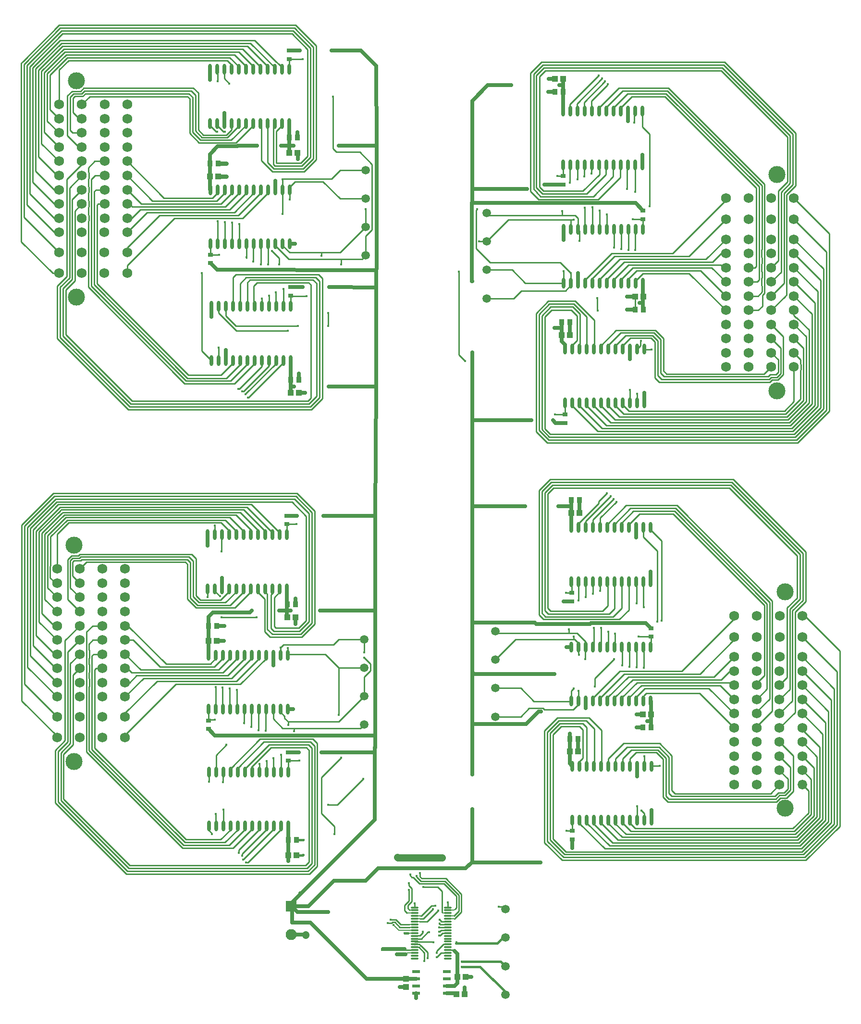
<source format=gtl>
G04 Layer_Physical_Order=1*
G04 Layer_Color=255*
%FSLAX25Y25*%
%MOIN*%
G70*
G01*
G75*
%ADD10R,0.03740X0.04134*%
%ADD11R,0.03543X0.02756*%
%ADD12O,0.05512X0.01181*%
%ADD13R,0.03937X0.04331*%
%ADD14R,0.05709X0.02362*%
%ADD15O,0.02362X0.07480*%
%ADD16R,0.04331X0.03937*%
%ADD17C,0.01000*%
%ADD18C,0.02500*%
%ADD19C,0.01500*%
%ADD20C,0.00800*%
%ADD21C,0.05000*%
%ADD22C,0.00700*%
%ADD23C,0.00500*%
%ADD24C,0.01600*%
%ADD25C,0.03000*%
%ADD26C,0.05905*%
%ADD27C,0.07677*%
%ADD28R,0.07677X0.07677*%
%ADD29C,0.06890*%
%ADD30C,0.11811*%
%ADD31O,0.06890X0.06500*%
%ADD32C,0.01500*%
D10*
X657634Y1022689D02*
D03*
X663342D02*
D03*
X663146Y733500D02*
D03*
X668854D02*
D03*
X413634Y1132689D02*
D03*
X419342D02*
D03*
X412646Y812000D02*
D03*
X418354D02*
D03*
X719733Y741622D02*
D03*
X714024D02*
D03*
X714366Y1031311D02*
D03*
X708657D02*
D03*
X469488Y982689D02*
D03*
X475197D02*
D03*
X468000Y663500D02*
D03*
X473709D02*
D03*
X664122Y899378D02*
D03*
X669830D02*
D03*
X658512Y1182311D02*
D03*
X652803D02*
D03*
X468646Y1150500D02*
D03*
X474354D02*
D03*
X467146Y827000D02*
D03*
X472854D02*
D03*
D11*
X660000Y952594D02*
D03*
Y958500D02*
D03*
X414000Y1063500D02*
D03*
Y1069406D02*
D03*
X412500Y740547D02*
D03*
Y746453D02*
D03*
X719500Y810453D02*
D03*
Y804547D02*
D03*
X714000Y1100000D02*
D03*
Y1094094D02*
D03*
X469500Y1046906D02*
D03*
Y1041000D02*
D03*
X468000Y724406D02*
D03*
Y718500D02*
D03*
X664500Y829095D02*
D03*
Y835000D02*
D03*
X658500Y1118094D02*
D03*
Y1124000D02*
D03*
X468500Y1211000D02*
D03*
Y1205095D02*
D03*
X467000Y888406D02*
D03*
Y882500D02*
D03*
X665000Y664047D02*
D03*
Y669953D02*
D03*
D12*
X555500Y616780D02*
D03*
Y614811D02*
D03*
Y612843D02*
D03*
Y610874D02*
D03*
Y608906D02*
D03*
Y606937D02*
D03*
Y604969D02*
D03*
Y603000D02*
D03*
Y601032D02*
D03*
Y599063D02*
D03*
Y597095D02*
D03*
Y595126D02*
D03*
Y593158D02*
D03*
Y591189D02*
D03*
Y589221D02*
D03*
Y587252D02*
D03*
Y585284D02*
D03*
Y583315D02*
D03*
Y581346D02*
D03*
X578728Y616780D02*
D03*
Y614811D02*
D03*
Y612843D02*
D03*
Y610874D02*
D03*
Y608906D02*
D03*
Y606937D02*
D03*
Y604969D02*
D03*
Y603000D02*
D03*
Y601032D02*
D03*
Y599063D02*
D03*
Y597095D02*
D03*
Y595126D02*
D03*
Y593158D02*
D03*
Y591189D02*
D03*
Y589221D02*
D03*
Y587252D02*
D03*
Y585284D02*
D03*
Y583315D02*
D03*
Y581346D02*
D03*
D13*
X590854Y568700D02*
D03*
X585146D02*
D03*
X419342Y1123689D02*
D03*
X413634D02*
D03*
X418354Y801500D02*
D03*
X412646D02*
D03*
X714024Y750622D02*
D03*
X719733D02*
D03*
X708657Y1040311D02*
D03*
X714366D02*
D03*
X475197Y973689D02*
D03*
X469488D02*
D03*
X473685Y652878D02*
D03*
X467976D02*
D03*
X669830Y890378D02*
D03*
X664122D02*
D03*
X652803Y1191311D02*
D03*
X658512D02*
D03*
X474354Y1140000D02*
D03*
X468646D02*
D03*
X472854Y818000D02*
D03*
X467146D02*
D03*
X668854Y725000D02*
D03*
X663146D02*
D03*
X663342Y1013689D02*
D03*
X657634D02*
D03*
X590354Y556800D02*
D03*
X584646D02*
D03*
D14*
X578028Y557400D02*
D03*
Y562400D02*
D03*
Y567400D02*
D03*
Y572400D02*
D03*
X556572Y557400D02*
D03*
Y562400D02*
D03*
Y567400D02*
D03*
Y572400D02*
D03*
D15*
X413988Y1076988D02*
D03*
X418988D02*
D03*
X423988D02*
D03*
X428988D02*
D03*
X433988D02*
D03*
X438988D02*
D03*
X443988D02*
D03*
X448988D02*
D03*
X453988D02*
D03*
X458988D02*
D03*
X463988D02*
D03*
X468988D02*
D03*
X413988Y1114390D02*
D03*
X418988D02*
D03*
X423988D02*
D03*
X428988D02*
D03*
X433988D02*
D03*
X438988D02*
D03*
X443988D02*
D03*
X448988D02*
D03*
X453988D02*
D03*
X458988D02*
D03*
X463988D02*
D03*
X468988D02*
D03*
X412500Y754299D02*
D03*
X417500D02*
D03*
X422500D02*
D03*
X427500D02*
D03*
X432500D02*
D03*
X437500D02*
D03*
X442500D02*
D03*
X447500D02*
D03*
X452500D02*
D03*
X457500D02*
D03*
X462500D02*
D03*
X467500D02*
D03*
X412500Y791701D02*
D03*
X417500D02*
D03*
X422500D02*
D03*
X427500D02*
D03*
X432500D02*
D03*
X437500D02*
D03*
X442500D02*
D03*
X447500D02*
D03*
X452500D02*
D03*
X457500D02*
D03*
X462500D02*
D03*
X467500D02*
D03*
X719378Y797323D02*
D03*
X714378D02*
D03*
X709378D02*
D03*
X704378D02*
D03*
X699378D02*
D03*
X694378D02*
D03*
X689378D02*
D03*
X684378D02*
D03*
X679378D02*
D03*
X674378D02*
D03*
X669378D02*
D03*
X664378D02*
D03*
X719378Y759922D02*
D03*
X714378D02*
D03*
X709378D02*
D03*
X704378D02*
D03*
X699378D02*
D03*
X694378D02*
D03*
X689378D02*
D03*
X684378D02*
D03*
X679378D02*
D03*
X674378D02*
D03*
X669378D02*
D03*
X664378D02*
D03*
X714012Y1087012D02*
D03*
X709012D02*
D03*
X704012D02*
D03*
X699012D02*
D03*
X694012D02*
D03*
X689012D02*
D03*
X684012D02*
D03*
X679012D02*
D03*
X674012D02*
D03*
X669012D02*
D03*
X664012D02*
D03*
X659012D02*
D03*
X714012Y1049610D02*
D03*
X709012D02*
D03*
X704012D02*
D03*
X699012D02*
D03*
X694012D02*
D03*
X689012D02*
D03*
X684012D02*
D03*
X679012D02*
D03*
X674012D02*
D03*
X669012D02*
D03*
X664012D02*
D03*
X659012D02*
D03*
X469512Y1033512D02*
D03*
X464512D02*
D03*
X459512D02*
D03*
X454512D02*
D03*
X449512D02*
D03*
X444512D02*
D03*
X439512D02*
D03*
X434512D02*
D03*
X429512D02*
D03*
X424512D02*
D03*
X419512D02*
D03*
X414512D02*
D03*
X469512Y996110D02*
D03*
X464512D02*
D03*
X459512D02*
D03*
X454512D02*
D03*
X449512D02*
D03*
X444512D02*
D03*
X439512D02*
D03*
X434512D02*
D03*
X429512D02*
D03*
X424512D02*
D03*
X419512D02*
D03*
X414512D02*
D03*
X467876Y710726D02*
D03*
X462876D02*
D03*
X457876D02*
D03*
X452876D02*
D03*
X447876D02*
D03*
X442876D02*
D03*
X437876D02*
D03*
X432876D02*
D03*
X427876D02*
D03*
X422876D02*
D03*
X417876D02*
D03*
X412876D02*
D03*
X467876Y673324D02*
D03*
X462876D02*
D03*
X457876D02*
D03*
X452876D02*
D03*
X447876D02*
D03*
X442876D02*
D03*
X437876D02*
D03*
X432876D02*
D03*
X427876D02*
D03*
X422876D02*
D03*
X417876D02*
D03*
X412876D02*
D03*
X664354Y842799D02*
D03*
X669354D02*
D03*
X674354D02*
D03*
X679354D02*
D03*
X684354D02*
D03*
X689354D02*
D03*
X694354D02*
D03*
X699354D02*
D03*
X704354D02*
D03*
X709354D02*
D03*
X714354D02*
D03*
X719354D02*
D03*
X664354Y880201D02*
D03*
X669354D02*
D03*
X674354D02*
D03*
X679354D02*
D03*
X684354D02*
D03*
X689354D02*
D03*
X694354D02*
D03*
X699354D02*
D03*
X704354D02*
D03*
X709354D02*
D03*
X714354D02*
D03*
X719354D02*
D03*
X658488Y1131488D02*
D03*
X663488D02*
D03*
X668488D02*
D03*
X673488D02*
D03*
X678488D02*
D03*
X683488D02*
D03*
X688488D02*
D03*
X693488D02*
D03*
X698488D02*
D03*
X703488D02*
D03*
X708488D02*
D03*
X713488D02*
D03*
X658488Y1168890D02*
D03*
X663488D02*
D03*
X668488D02*
D03*
X673488D02*
D03*
X678488D02*
D03*
X683488D02*
D03*
X688488D02*
D03*
X693488D02*
D03*
X698488D02*
D03*
X703488D02*
D03*
X708488D02*
D03*
X713488D02*
D03*
X468512Y1197811D02*
D03*
X463512D02*
D03*
X458512D02*
D03*
X453512D02*
D03*
X448512D02*
D03*
X443512D02*
D03*
X438512D02*
D03*
X433512D02*
D03*
X428512D02*
D03*
X423512D02*
D03*
X418512D02*
D03*
X413512D02*
D03*
X468512Y1160410D02*
D03*
X463512D02*
D03*
X458512D02*
D03*
X453512D02*
D03*
X448512D02*
D03*
X443512D02*
D03*
X438512D02*
D03*
X433512D02*
D03*
X428512D02*
D03*
X423512D02*
D03*
X418512D02*
D03*
X413512D02*
D03*
X412000Y837799D02*
D03*
X417000D02*
D03*
X422000D02*
D03*
X427000D02*
D03*
X432000D02*
D03*
X437000D02*
D03*
X442000D02*
D03*
X447000D02*
D03*
X452000D02*
D03*
X457000D02*
D03*
X462000D02*
D03*
X467000D02*
D03*
X412000Y875201D02*
D03*
X417000D02*
D03*
X422000D02*
D03*
X427000D02*
D03*
X432000D02*
D03*
X437000D02*
D03*
X442000D02*
D03*
X447000D02*
D03*
X452000D02*
D03*
X457000D02*
D03*
X462000D02*
D03*
X467000D02*
D03*
X665000Y677299D02*
D03*
X670000D02*
D03*
X675000D02*
D03*
X680000D02*
D03*
X685000D02*
D03*
X690000D02*
D03*
X695000D02*
D03*
X700000D02*
D03*
X705000D02*
D03*
X710000D02*
D03*
X715000D02*
D03*
X720000D02*
D03*
X665000Y714701D02*
D03*
X670000D02*
D03*
X675000D02*
D03*
X680000D02*
D03*
X685000D02*
D03*
X690000D02*
D03*
X695000D02*
D03*
X700000D02*
D03*
X705000D02*
D03*
X710000D02*
D03*
X715000D02*
D03*
X720000D02*
D03*
X714988Y1004090D02*
D03*
X709988D02*
D03*
X704988D02*
D03*
X699988D02*
D03*
X694988D02*
D03*
X689988D02*
D03*
X684988D02*
D03*
X679988D02*
D03*
X674988D02*
D03*
X669988D02*
D03*
X664988D02*
D03*
X659988D02*
D03*
X714988Y966689D02*
D03*
X709988D02*
D03*
X704988D02*
D03*
X699988D02*
D03*
X694988D02*
D03*
X689988D02*
D03*
X684988D02*
D03*
X679988D02*
D03*
X674988D02*
D03*
X669988D02*
D03*
X664988D02*
D03*
X659988D02*
D03*
D16*
X549700Y561646D02*
D03*
Y567354D02*
D03*
D17*
X662500Y807000D02*
X668375D01*
X612685D02*
X662500D01*
Y809500D01*
X662342Y1013689D02*
X663342Y1014689D01*
X613800Y617300D02*
X618585D01*
X412500Y746953D02*
X416953D01*
X694124Y879176D02*
Y882224D01*
X674124Y879176D02*
Y882624D01*
X708700Y1072500D02*
Y1088000D01*
X698848Y1073274D02*
Y1087774D01*
X688860Y1087786D02*
Y1097771D01*
X679336Y1004364D02*
X680200Y1005229D01*
X705124Y674876D02*
Y677475D01*
X714488Y783012D02*
Y798512D01*
X704636Y783786D02*
Y798286D01*
X431503Y1147050D02*
X444187Y1159734D01*
X426876Y875025D02*
Y877824D01*
X467988Y789075D02*
Y792189D01*
X417512Y753988D02*
Y769488D01*
X427364Y754214D02*
Y768714D01*
X437352Y744217D02*
Y754202D01*
X683799Y1169201D02*
X683836Y1169164D01*
X683525Y1168853D02*
X683586Y1168914D01*
X683375Y1168703D02*
X683525Y1168853D01*
X673336Y1168664D02*
Y1175136D01*
X664012Y759555D02*
Y762610D01*
X438988Y1067003D02*
Y1076988D01*
X699124Y879176D02*
Y883268D01*
X679124Y879176D02*
Y885648D01*
X703848Y1072774D02*
Y1087774D01*
X417500Y674948D02*
X418500Y673948D01*
X709636Y783286D02*
Y798286D01*
X699636Y784786D02*
Y798286D01*
X444012Y995610D02*
X444900Y994722D01*
X444012Y995610D02*
X444012Y995610D01*
X663336Y1168664D02*
Y1173636D01*
X428303Y1148850D02*
X439187Y1159734D01*
X669012Y759555D02*
Y762610D01*
X422364Y754214D02*
Y769214D01*
X432364Y754214D02*
Y767714D01*
X688336Y1168664D02*
Y1171336D01*
X678336Y1168664D02*
Y1176076D01*
X668336Y1168664D02*
Y1174136D01*
X669124Y879176D02*
Y882924D01*
X674336Y1004364D02*
X675100Y1005129D01*
X313000Y801882D02*
X323248Y812130D01*
X313000Y732476D02*
Y801882D01*
X306262Y725738D02*
X313000Y732476D01*
X314867Y793906D02*
X323248Y802287D01*
X314867Y759432D02*
Y793906D01*
Y759432D02*
X314900Y759399D01*
Y752577D02*
Y759399D01*
X314867Y752544D02*
X314900Y752577D01*
X314867Y745632D02*
Y752544D01*
Y745632D02*
X314900Y745599D01*
Y737977D02*
Y745599D01*
X314867Y737945D02*
X314900Y737977D01*
X314867Y731515D02*
Y737945D01*
X308262Y724910D02*
X314867Y731515D01*
X316667Y785864D02*
X323248Y792445D01*
X316667Y760177D02*
Y785864D01*
Y760177D02*
X316700Y760144D01*
Y751832D02*
Y760144D01*
X316667Y751799D02*
X316700Y751832D01*
X316667Y746377D02*
Y751799D01*
Y746377D02*
X316700Y746344D01*
Y737232D02*
Y746344D01*
X316667Y737199D02*
X316700Y737232D01*
X316667Y731777D02*
Y737199D01*
Y731777D02*
X316700Y731744D01*
Y730519D02*
Y731744D01*
X310262Y724081D02*
X316700Y730519D01*
X318467Y777821D02*
X323248Y782602D01*
X318467Y760923D02*
Y777821D01*
X329701Y775563D02*
Y779799D01*
Y775563D02*
X329793Y775471D01*
Y770049D02*
Y775471D01*
X329701Y769957D02*
X329793Y770049D01*
X329701Y765655D02*
Y769957D01*
X327993Y770794D02*
Y774725D01*
X329701Y795248D02*
Y799484D01*
Y795248D02*
X329793Y795156D01*
Y789734D02*
Y795156D01*
X329701Y789642D02*
X329793Y789734D01*
X329701Y785405D02*
Y789642D01*
X327993Y790479D02*
Y794410D01*
X329701Y785405D02*
X329793Y785313D01*
Y779891D02*
Y785313D01*
X329701Y779799D02*
X329793Y779891D01*
X327993Y780637D02*
Y784568D01*
X329793Y799769D02*
X332311Y802287D01*
X329793Y799576D02*
Y799769D01*
X329701Y799484D02*
X329793Y799576D01*
X327993Y800322D02*
Y807969D01*
X318500Y736486D02*
Y747090D01*
X318467Y736453D02*
X318500Y736486D01*
X318467Y732523D02*
Y736453D01*
Y732523D02*
X318500Y732490D01*
Y729491D02*
Y732490D01*
X329701Y737255D02*
Y746321D01*
Y737255D02*
X329757Y737199D01*
Y731777D02*
Y737199D01*
X329701Y731721D02*
X329757Y731777D01*
X329701Y725642D02*
Y731721D01*
X327957Y732523D02*
Y736453D01*
X318500Y751086D02*
Y760890D01*
X318467Y751053D02*
X318500Y751086D01*
X318467Y747123D02*
Y751053D01*
Y747123D02*
X318500Y747090D01*
X329701Y751855D02*
Y760121D01*
Y751855D02*
X329757Y751799D01*
Y746377D02*
Y751799D01*
X329701Y746321D02*
X329757Y746377D01*
X327957Y747123D02*
Y751053D01*
X318467Y760923D02*
X318500Y760890D01*
X329701Y765655D02*
X329757Y765599D01*
Y760177D02*
Y765599D01*
X329701Y760121D02*
X329757Y760177D01*
X327957Y760923D02*
Y764853D01*
X323792Y857173D02*
X324663Y858045D01*
X323248Y851500D02*
X327993Y856245D01*
X318395Y846510D02*
X323248Y841657D01*
X318395Y846510D02*
Y856295D01*
X319273Y857173D01*
X316595Y838468D02*
Y857150D01*
Y838468D02*
X323248Y831815D01*
X314795Y830425D02*
X323248Y821972D01*
X300955Y874588D02*
X313517Y887150D01*
X300955Y838360D02*
X307500Y831815D01*
X302755Y845445D02*
X306543Y841657D01*
X302755Y845445D02*
Y853465D01*
X300955Y838360D02*
Y874588D01*
X302755Y853465D02*
X303047Y853757D01*
Y873852D01*
X306543Y841657D02*
X307500D01*
X299047Y830425D02*
X307500Y821972D01*
X299047Y830425D02*
Y875509D01*
X305570Y812130D02*
X307500D01*
X297040Y820660D02*
X305570Y812130D01*
X297040Y820660D02*
Y876330D01*
X295040Y814747D02*
Y877158D01*
Y814747D02*
X307500Y802287D01*
X305855Y792445D02*
X307500D01*
X293047Y805253D02*
X305855Y792445D01*
X293047Y805253D02*
Y818953D01*
X306598Y782602D02*
X307500D01*
X291047Y798153D02*
X306598Y782602D01*
X291047Y798153D02*
Y818124D01*
X289047Y791213D02*
X307500Y772760D01*
X289047Y791213D02*
Y817296D01*
X287047Y783353D02*
X307512Y762888D01*
X287047Y783353D02*
Y816468D01*
X285047Y771553D02*
Y815639D01*
X283012Y802488D02*
Y882101D01*
X635050Y755050D02*
X644456D01*
X819500Y821524D02*
X826800Y828824D01*
Y863185D01*
X808752Y751213D02*
X817635Y760096D01*
Y822488D02*
X824800Y829652D01*
X817635Y760096D02*
Y822488D01*
X815835Y823516D02*
X822800Y830481D01*
X815835Y768138D02*
Y823516D01*
X808752Y761055D02*
X815835Y768138D01*
X801899Y761378D02*
Y828258D01*
X793004Y752482D02*
X801899Y761378D01*
X735816Y891512D02*
X800099Y827229D01*
X808752Y711748D02*
Y711843D01*
Y711748D02*
X814600Y705900D01*
X816400Y698146D02*
Y714037D01*
X818200Y697400D02*
Y722080D01*
X802552Y695800D02*
X808752Y702000D01*
X736200Y695800D02*
X802552D01*
X734023Y697977D02*
X736200Y695800D01*
X808752Y721685D02*
X816400Y714037D01*
X808752Y731528D02*
X818200Y722080D01*
X830600Y681296D02*
Y705743D01*
X824500Y711843D02*
X830600Y705743D01*
X824500Y702000D02*
X828800Y697700D01*
Y682324D02*
Y697700D01*
X817988Y671512D02*
X828800Y682324D01*
X824500Y761055D02*
X840600Y744955D01*
Y677153D02*
Y744955D01*
X824500Y740100D02*
X836607Y727993D01*
X821294Y663505D02*
X821302Y663512D01*
X836607Y679100D02*
Y727993D01*
X836600Y678810D02*
Y679093D01*
X836607Y679100D01*
X824500Y740100D02*
Y741370D01*
X826288Y819012D02*
X850635Y794665D01*
Y673047D02*
Y794665D01*
X824488Y804412D02*
X848635Y780265D01*
X824500Y731528D02*
X834600Y721428D01*
X808752Y770898D02*
X814035Y776181D01*
X824500Y721685D02*
X832600Y713585D01*
X824488Y819012D02*
X826288D01*
X824500Y780740D02*
X844635Y760605D01*
X824500Y770898D02*
X842635Y752762D01*
X848635Y673875D02*
Y780265D01*
X846635Y674703D02*
Y768448D01*
X832600Y680467D02*
Y713585D01*
X824415Y655312D02*
X844635Y675532D01*
X660688Y655312D02*
X824415D01*
X651636Y664364D02*
X660688Y655312D01*
X548756Y587850D02*
X549326Y587280D01*
X555472D01*
X532900D02*
X533470Y587850D01*
X422876Y673324D02*
Y684724D01*
X478300Y663500D02*
X478500Y663700D01*
X470100Y597858D02*
X471243Y599000D01*
X311750Y1012922D02*
Y1046093D01*
X403465Y1155207D02*
X408022Y1150650D01*
X406993Y1148850D02*
X428303D01*
X401465Y1154378D02*
X406993Y1148850D01*
X405965Y1147050D02*
X431503D01*
X399465Y1153550D02*
X405965Y1147050D01*
X399465Y1153550D02*
Y1177535D01*
X397961Y1179039D02*
X399465Y1177535D01*
X330263Y1179039D02*
X397961D01*
X324736Y1173512D02*
X330263Y1179039D01*
X408022Y1150650D02*
X425595D01*
X428512Y1156113D02*
Y1160410D01*
X424849Y1152450D02*
X428512Y1156113D01*
X409050Y1152450D02*
X424849D01*
X405465Y1156035D02*
X409050Y1152450D01*
X318567Y1168110D02*
Y1177871D01*
X323008Y1163669D02*
X324736D01*
X318567Y1168110D02*
X323008Y1163669D01*
X316567Y1155480D02*
Y1178699D01*
X318220Y1153827D02*
X324736D01*
X316567Y1155480D02*
X318220Y1153827D01*
X314567Y1151968D02*
Y1179528D01*
Y1151968D02*
X322551Y1143984D01*
X284677Y1095423D02*
X309000Y1071100D01*
X305622Y1094772D02*
X308988D01*
X322551Y1143984D02*
X324736D01*
X333642Y1134142D02*
X340484D01*
X334457Y1114457D02*
X340484D01*
X300712Y1162103D02*
X308988Y1153827D01*
X304524Y1056500D02*
X309000D01*
X336114Y1104614D02*
X340484D01*
X305651Y1084900D02*
X309000Y1084900D01*
X333799Y1124299D02*
X340484D01*
X302756Y1169901D02*
X308988Y1163669D01*
X298712Y1154260D02*
X308988Y1143984D01*
X305622Y1114457D02*
X308988D01*
X305622Y1104614D02*
X308988D01*
X333189Y1048483D02*
Y1113189D01*
X335189Y1049311D02*
Y1103689D01*
X333189Y1113189D02*
X334457Y1114457D01*
X335189Y1103689D02*
X336114Y1104614D01*
X329189Y1046826D02*
X396015Y980000D01*
X309750Y1012093D02*
Y1046922D01*
X307750Y1011265D02*
Y1047750D01*
X335189Y1049311D02*
X398500Y986000D01*
X356200Y1074310D02*
X378640Y1096750D01*
X356200Y1071100D02*
Y1074310D01*
X283849Y1203461D02*
X308887Y1228500D01*
X283849Y1203461D02*
X283849D01*
X282677Y1202290D02*
X283849Y1203461D01*
X282677Y1078347D02*
Y1202290D01*
X284677Y1104419D02*
Y1201461D01*
Y1095423D02*
Y1103328D01*
X286677Y1103874D02*
X305651Y1084900D01*
X292677Y1127402D02*
X305622Y1114457D01*
X290677Y1119559D02*
X305622Y1104614D01*
X288677Y1111717D02*
X305622Y1094772D01*
X282677Y1078347D02*
X304524Y1056500D01*
X286677Y1103874D02*
Y1200633D01*
X288677Y1111717D02*
Y1199805D01*
X290677Y1119559D02*
Y1198976D01*
X292712Y1142788D02*
Y1198183D01*
X292677Y1142752D02*
X292712Y1142788D01*
X292677Y1127402D02*
Y1142752D01*
X292712Y1198183D02*
X310529Y1216000D01*
X290677Y1198976D02*
X309701Y1218000D01*
X288677Y1199805D02*
X311373Y1222500D01*
X286677Y1200633D02*
X310544Y1224500D01*
X284677Y1201461D02*
X309716Y1226500D01*
X300712Y1162103D02*
Y1194869D01*
X302756Y1194084D02*
X314672Y1206000D01*
X302756Y1169901D02*
Y1194084D01*
X300712Y1194869D02*
X313843Y1208000D01*
X298712Y1154260D02*
Y1195698D01*
X388844Y1094750D02*
X431422D01*
X356200Y1062105D02*
X388844Y1094750D01*
X356200Y1056500D02*
Y1062105D01*
X814035Y776181D02*
Y824544D01*
X417500Y674948D02*
Y681500D01*
X500000Y667500D02*
Y673000D01*
X491000Y682000D02*
X500000Y673000D01*
X491000Y682000D02*
Y707000D01*
X504500Y720500D01*
X502815Y750315D02*
Y782870D01*
X417876Y673324D02*
X418500Y673948D01*
X495500Y688000D02*
X502000D01*
X520000Y706000D01*
X412000Y837799D02*
X412000Y837799D01*
X412000Y832000D02*
Y837799D01*
X397977Y830538D02*
X403965Y824550D01*
X399977Y831366D02*
X404993Y826350D01*
X401977Y832195D02*
X406022Y828150D01*
X403977Y833023D02*
X407050Y829950D01*
X420849D01*
X421500Y818000D02*
X442500D01*
X442500Y818000D02*
X442500Y818000D01*
X442500Y818000D02*
X446000D01*
X467500Y791701D02*
Y796500D01*
X499315Y799000D02*
X502870Y802555D01*
X417000Y836000D02*
Y837799D01*
Y836000D02*
X420500Y832500D01*
X424512Y1026988D02*
Y1033512D01*
Y1026988D02*
X431500Y1020000D01*
X474500D01*
X495500D02*
Y1029000D01*
X504500Y1066450D02*
X519135D01*
X468175D02*
X504500D01*
Y1062500D02*
Y1066450D01*
X423512Y1191488D02*
Y1197811D01*
Y1191488D02*
X427000Y1188000D01*
X517536Y1140500D02*
X525953Y1132084D01*
Y1086656D02*
Y1132084D01*
X521500Y1082203D02*
X525953Y1086656D01*
X521500Y1068815D02*
Y1082203D01*
X419512Y1028988D02*
Y1033512D01*
Y1028988D02*
X431900Y1016600D01*
X467500D01*
X469500Y1041000D02*
X470000Y1040500D01*
X491000Y1070815D02*
X503815D01*
X468810D02*
X491000D01*
X519135Y1066450D02*
X521500Y1068815D01*
X491000Y1068500D02*
Y1070815D01*
X418512Y1197811D02*
X419000Y1197323D01*
Y1189500D02*
Y1197323D01*
X521500Y1088500D02*
Y1101000D01*
X408000Y1002622D02*
Y1056500D01*
X413512Y1159059D02*
Y1160410D01*
Y1159059D02*
X418071Y1154500D01*
X418500D01*
X468988Y1107488D02*
Y1114390D01*
X464500Y1033524D02*
X464512Y1033512D01*
X456500Y1072000D02*
X461500Y1067000D01*
X463988Y1097488D02*
Y1114390D01*
X423071Y1154500D02*
X424000D01*
X418512Y1159059D02*
X423071Y1154500D01*
X418512Y1159059D02*
Y1160410D01*
X684643Y798303D02*
X684648Y798298D01*
X694500Y798446D02*
X694648Y798298D01*
X645988Y822612D02*
Y904340D01*
X647988Y824312D02*
Y903512D01*
X643988Y820812D02*
Y905169D01*
X649591Y945000D02*
X818827D01*
X645848Y948744D02*
X649591Y945000D01*
X645848Y948744D02*
Y1026274D01*
X649046Y943000D02*
X819656D01*
X643848Y948198D02*
X649046Y943000D01*
X643848Y948198D02*
Y1027102D01*
X648500Y941000D02*
X820484D01*
X641848Y947652D02*
X648500Y941000D01*
X641848Y947652D02*
Y1027931D01*
X647500Y939000D02*
X821313D01*
X639848Y946652D02*
X647500Y939000D01*
X459500Y1133000D02*
Y1155047D01*
X559400Y640500D02*
X559400Y640500D01*
X357184Y643988D02*
X480840D01*
X356355Y641988D02*
X481669D01*
X355527Y639988D02*
X482497D01*
X306556Y899988D02*
X472340D01*
X305728Y901988D02*
X473169D01*
X304899Y903988D02*
X473997D01*
X482364Y814886D02*
Y889964D01*
X472340Y899988D02*
X482364Y889964D01*
X484364Y814057D02*
Y890792D01*
X473169Y901988D02*
X484364Y890792D01*
X486364Y813229D02*
Y891621D01*
X473997Y903988D02*
X486364Y891621D01*
X354744Y792445D02*
X365451Y781738D01*
X356398Y782602D02*
X359262Y779738D01*
X357784Y772760D02*
X362762Y777738D01*
X354712Y762888D02*
X367562Y775738D01*
X418361Y771538D02*
X418399Y771500D01*
X416663Y771538D02*
X418361D01*
X416625Y771500D02*
X416663Y771538D01*
X555500Y616902D02*
Y619500D01*
X553550Y620959D02*
Y629849D01*
X586300Y614300D02*
Y625246D01*
X584500Y616500D02*
Y624500D01*
X588100Y613554D02*
Y625991D01*
X557000Y637870D02*
Y638500D01*
X554524Y637800D02*
X559110Y633215D01*
X553700Y637800D02*
X554524D01*
X552500Y639000D02*
Y639500D01*
X472854Y818000D02*
X472854Y818000D01*
X668500Y733854D02*
X668854Y733500D01*
X818827Y945000D02*
X837200Y963373D01*
X819656Y943000D02*
X839200Y962544D01*
X820484Y941000D02*
X841200Y961716D01*
X708657Y1031311D02*
Y1040311D01*
X645636Y661801D02*
Y739271D01*
X647636Y662708D02*
Y738443D01*
X649636Y663536D02*
Y737614D01*
X651636Y664364D02*
Y736786D01*
X645636Y739271D02*
X654650Y748286D01*
X559400Y638015D02*
X560601Y636814D01*
X559400Y638015D02*
Y640500D01*
X552500Y639000D02*
X553700Y637800D01*
X551046Y615954D02*
Y618454D01*
X553550Y620959D01*
X551500Y631899D02*
X553550Y629849D01*
X551500Y631899D02*
Y633500D01*
Y621454D02*
Y629000D01*
X548500Y618454D02*
X551500Y621454D01*
X468000Y718500D02*
X475500D01*
X467876Y710726D02*
X468000Y710850D01*
Y718500D01*
X467000Y882500D02*
X473500D01*
X467000Y875201D02*
Y882500D01*
Y875201D02*
X467000Y875201D01*
X583000Y609000D02*
X583500D01*
X583700Y609200D01*
X583746D01*
X588100Y613554D01*
X583500Y615500D02*
X584500Y616500D01*
X575785Y633215D02*
X584500Y624500D01*
X583000Y611000D02*
X586300Y614300D01*
X567450Y617950D02*
X569950D01*
X564437Y606937D02*
X572000Y614500D01*
X664354Y842799D02*
X664500Y842654D01*
Y835000D02*
Y842654D01*
X660500Y835000D02*
X664500D01*
X711047Y804547D02*
X719500D01*
X719378Y797323D02*
X719500Y797445D01*
X665000Y677299D02*
X665000Y677299D01*
X665000Y669953D02*
Y677299D01*
X661047Y669953D02*
X665000D01*
X538800Y608200D02*
X538950Y608350D01*
X539601Y606000D02*
X540151Y606550D01*
X537000Y606000D02*
X539601D01*
X659988Y966689D02*
X660000Y966677D01*
Y958500D02*
X660000D01*
X660000D02*
Y966677D01*
X653000Y958500D02*
X660000D01*
X658488Y1131488D02*
X658500Y1131476D01*
X654500Y1124000D02*
X658500D01*
Y1131476D01*
X714000Y1087024D02*
Y1094094D01*
X707094D02*
X714000D01*
Y1087024D02*
X714012Y1087012D01*
X559855Y635014D02*
X576531D01*
X560601Y636814D02*
X577277D01*
X468500Y1205095D02*
X477905D01*
X468500Y1197823D02*
Y1205095D01*
Y1197823D02*
X468512Y1197811D01*
X414000Y1069406D02*
X420094D01*
X413988Y1076988D02*
X414000Y1076976D01*
Y1069406D02*
Y1076976D01*
X412500Y754299D02*
X412500Y754299D01*
Y746953D02*
Y754299D01*
X557000Y637870D02*
X559855Y635014D01*
X469500Y1033524D02*
X469512Y1033512D01*
X577277Y636814D02*
X588100Y625991D01*
X576531Y635014D02*
X586300Y625246D01*
X559110Y633215D02*
X575785D01*
X699988Y965338D02*
Y966689D01*
Y965338D02*
X704326Y961000D01*
X812200D01*
X700648Y959000D02*
X813028D01*
X697648Y957000D02*
X813857D01*
X694899Y964749D02*
X700648Y959000D01*
X694899Y964749D02*
Y966100D01*
X684899Y964749D02*
X694648Y955000D01*
X664988Y964660D02*
Y966189D01*
Y964660D02*
X682648Y947000D01*
X669899Y964749D02*
Y966100D01*
Y964749D02*
X685648Y949000D01*
X674899Y964749D02*
Y966100D01*
Y964749D02*
X688648Y951000D01*
X679899Y964749D02*
Y966100D01*
X684899Y964749D02*
Y966100D01*
X689899Y964749D02*
Y966100D01*
Y964749D02*
X697648Y957000D01*
X812200Y961000D02*
X818712Y967512D01*
X639848Y946652D02*
Y1028759D01*
X643715Y1203000D02*
X770685D01*
X638200Y1194657D02*
X644543Y1201000D01*
X769857D01*
X645372Y1199000D02*
X769028D01*
X815950Y1152078D01*
X642200Y1193000D02*
X646200Y1197000D01*
X768200D01*
X673336Y1175136D02*
X687700Y1189500D01*
X663336Y1173636D02*
X683200Y1193500D01*
X729200Y1179000D02*
X792511Y1115689D01*
Y1061311D02*
Y1115689D01*
X770685Y1203000D02*
X819950Y1153735D01*
Y1117250D02*
Y1153735D01*
X769857Y1201000D02*
X817950Y1152907D01*
Y1118078D02*
Y1152907D01*
X815950Y1118907D02*
Y1152078D01*
X768428Y1070228D02*
X771468D01*
X787216Y1040701D02*
X793901D01*
X818712Y1027313D02*
Y1030858D01*
Y967512D02*
Y991488D01*
X787216Y1060386D02*
X791586D01*
X818700Y1080083D02*
Y1080100D01*
X800511Y991488D02*
X802964D01*
X787216Y1010516D02*
Y1011173D01*
X769814Y1060386D02*
X771468D01*
X787216Y1050543D02*
X793243D01*
X787216Y1030858D02*
X794058D01*
X757650Y1066250D02*
X771500Y1080100D01*
X818700Y1093900D02*
X841165Y1071435D01*
X818712Y1070228D02*
X837165Y1051775D01*
X818712Y1040701D02*
X831165Y1028248D01*
X818700Y1080083D02*
X839165Y1059618D01*
X818712Y1050543D02*
X833165Y1036090D01*
X818712Y1060386D02*
X835165Y1043933D01*
X811800Y1111928D02*
X817950Y1118078D01*
X809800Y1112757D02*
X815950Y1118907D01*
X698001Y1066250D02*
X757650D01*
X762450Y1064250D02*
X768428Y1070228D01*
X767950Y1062250D02*
X769814Y1060386D01*
X761761Y1060250D02*
X771468Y1050543D01*
X753919Y1058250D02*
X771468Y1040701D01*
X746076Y1056250D02*
X771468Y1030858D01*
X701001Y1064250D02*
X762450D01*
X704001Y1062250D02*
X767950D01*
X713850Y1056250D02*
X746076D01*
X709622Y1058250D02*
X753919D01*
X707001Y1060250D02*
X761761D01*
X693848Y1087774D02*
X693860Y1087786D01*
X698848Y1087774D02*
X698860Y1087786D01*
X703848Y1087774D02*
X703860Y1087786D01*
X708700Y1088000D02*
X708712Y1088012D01*
X684090Y1088017D02*
Y1100017D01*
X688848Y1097274D02*
Y1097765D01*
X678855Y1087791D02*
X678860Y1087786D01*
X678855Y1087791D02*
Y1102267D01*
X688848Y1097765D02*
X688857Y1097774D01*
X683860Y1087786D02*
X684090Y1088017D01*
X688857Y1097774D02*
X688860Y1097771D01*
X683586Y1168914D02*
X683836Y1169164D01*
X668336Y1131262D02*
X668586Y1131012D01*
X678336Y1125786D02*
Y1131262D01*
X673336Y1123786D02*
Y1131262D01*
X683336D02*
X683848Y1130750D01*
X663336Y1131262D02*
X663348Y1131250D01*
Y1119274D02*
Y1131250D01*
X668586Y1121536D02*
Y1131012D01*
X698336Y1131262D02*
X698348Y1131250D01*
X693336Y1131262D02*
X693348Y1131250D01*
X688336Y1131262D02*
X688348Y1131250D01*
X802964Y1060386D02*
X807800Y1065222D01*
X802964Y1050543D02*
X809800Y1057379D01*
X841165Y1027349D02*
Y1071435D01*
X833165Y1023965D02*
X833200Y1024000D01*
X835200Y964201D02*
Y1024828D01*
X817999Y947000D02*
X835200Y964201D01*
X682648Y947000D02*
X817999D01*
X807800Y1065222D02*
Y1113585D01*
X809800Y1057379D02*
Y1112757D01*
X833165Y1024035D02*
X833200Y1024000D01*
X835165Y1024864D02*
X835200Y1024828D01*
X833165Y1024035D02*
Y1036090D01*
X835165Y1024864D02*
Y1043933D01*
X814685Y955000D02*
X827165Y967479D01*
X815514Y953000D02*
X829165Y966651D01*
X816342Y951000D02*
X831165Y965823D01*
Y1028248D01*
X833165Y964994D02*
Y1023965D01*
X817171Y949000D02*
X833165Y964994D01*
X685648Y949000D02*
X817171D01*
X839165Y1026520D02*
Y1059618D01*
X839200Y962544D02*
Y1026485D01*
X839165Y1026520D02*
X839200Y1026485D01*
X837165Y1025692D02*
Y1051775D01*
X837200Y963373D02*
Y1025657D01*
X837165Y1025692D02*
X837200Y1025657D01*
X841200Y961716D02*
Y1027314D01*
X841165Y1027349D02*
X841200Y1027314D01*
X843200Y960887D02*
Y1040500D01*
X843165Y1040535D02*
X843200Y1040500D01*
X821313Y939000D02*
X843200Y960887D01*
X791586Y1060386D02*
X792511Y1061311D01*
X793243Y1050543D02*
X794511Y1051811D01*
X683336Y1168664D02*
X683375Y1168703D01*
X703860Y1052488D02*
X709622Y1058250D01*
X703860Y1050384D02*
Y1052488D01*
X698712Y1051961D02*
X707001Y1060250D01*
X698712Y1050287D02*
Y1051961D01*
X693712D02*
X704001Y1062250D01*
X693712Y1050287D02*
Y1051961D01*
X688712D02*
X701001Y1064250D01*
X688712Y1050287D02*
Y1051961D01*
X683712D02*
X698001Y1066250D01*
X683712Y1050287D02*
Y1051961D01*
X694648Y955000D02*
X814685D01*
X688648Y951000D02*
X816342D01*
X638200Y1115127D02*
Y1194657D01*
X642200Y1116300D02*
Y1193000D01*
X794511Y1051811D02*
Y1116517D01*
X730857Y1183000D02*
X796511Y1117346D01*
X730028Y1181000D02*
X794511Y1116517D01*
X722685Y1017000D02*
X728235Y1011450D01*
X649503Y913512D02*
X776473D01*
X641988Y905997D02*
X649503Y913512D01*
X643988Y905169D02*
X650331Y911512D01*
X775645D01*
X645988Y904340D02*
X651160Y909512D01*
X774816D01*
X822800Y861528D01*
X647988Y903512D02*
X651988Y907512D01*
X773988D01*
X820800Y860700D01*
X679124Y885648D02*
X693488Y900012D01*
X776473Y913512D02*
X826800Y863185D01*
X775645Y911512D02*
X824800Y862357D01*
Y829652D02*
Y862357D01*
X822800Y830481D02*
Y861528D01*
X820800Y831309D02*
Y860700D01*
X774216Y780740D02*
X777256D01*
X824488Y790595D02*
Y790612D01*
X806299Y702000D02*
X808752D01*
X793004Y721028D02*
Y721685D01*
X775602Y770898D02*
X777256D01*
X763438Y776762D02*
X777288Y790612D01*
X824488Y790595D02*
X846635Y768448D01*
X703789Y776762D02*
X763438D01*
X768238Y774762D02*
X774216Y780740D01*
X773738Y772762D02*
X775602Y770898D01*
X767549Y770762D02*
X777256Y761055D01*
X759707Y768762D02*
X777256Y751213D01*
X706789Y774762D02*
X768238D01*
X709789Y772762D02*
X773738D01*
X715410Y768762D02*
X759707D01*
X712789Y770762D02*
X767549D01*
X699636Y798286D02*
X699648Y798298D01*
X704636Y798286D02*
X704648Y798298D01*
X709636Y798286D02*
X709648Y798298D01*
X714488Y798512D02*
X714500Y798524D01*
X679636Y798310D02*
X679648Y798298D01*
X674124Y841774D02*
X674374Y841524D01*
X689124Y841774D02*
X689636Y841262D01*
X669124Y841774D02*
X669136Y841762D01*
Y829786D02*
Y841762D01*
X674374Y832048D02*
Y841524D01*
X704124Y841774D02*
X704136Y841762D01*
X699124Y841774D02*
X699136Y841762D01*
X694124Y841774D02*
X694136Y841762D01*
X732023Y696012D02*
X734035Y694000D01*
X730023Y694012D02*
X732035Y692000D01*
X842635Y676360D02*
Y752762D01*
X823787Y657512D02*
X842635Y676360D01*
X814035Y824544D02*
X820800Y831309D01*
X818816Y669512D02*
X830600Y681296D01*
X819645Y667512D02*
X832600Y680467D01*
X834600Y679639D02*
Y721428D01*
X820473Y665512D02*
X834600Y679639D01*
X821302Y663512D02*
X836600Y678810D01*
X822130Y661512D02*
X838600Y677982D01*
X822959Y659512D02*
X840600Y677153D01*
X844635Y675532D02*
Y760605D01*
X827101Y649512D02*
X850635Y673047D01*
X709648Y763000D02*
X715410Y768762D01*
X704500Y762473D02*
X712789Y770762D01*
X699500Y762473D02*
X709789Y772762D01*
X694500Y762473D02*
X706789Y774762D01*
X689500Y762473D02*
X703789Y776762D01*
X826272Y651512D02*
X848635Y673875D01*
X825444Y653512D02*
X846635Y674703D01*
X734023Y697977D02*
Y721962D01*
X641988Y819512D02*
Y905997D01*
X331701Y726471D02*
X396184Y661988D01*
X329701Y725642D02*
X395355Y659988D01*
X331701Y726471D02*
Y791177D01*
X442402Y896150D02*
X462000Y876552D01*
X457000Y875201D02*
Y876552D01*
X439202Y894350D02*
X457000Y876552D01*
X480364Y815714D02*
Y888136D01*
X470550Y897950D02*
X480364Y888136D01*
X307385Y897988D02*
X470700D01*
X289012Y879615D02*
X307385Y897988D01*
X476521Y806214D02*
X484364Y814057D01*
X477350Y804214D02*
X486364Y813229D01*
X287012Y880444D02*
X306556Y899988D01*
X285012Y881272D02*
X305728Y901988D01*
X442626Y673074D02*
X442837Y673285D01*
X442876Y673324D01*
X331701Y791177D02*
X332969Y792445D01*
X333701Y781677D02*
X334626Y782602D01*
X455379Y804214D02*
X477350D01*
X475693Y808214D02*
X482364Y814886D01*
X283012Y882101D02*
X304899Y903988D01*
X283012Y802488D02*
X283047Y802453D01*
X285012Y815674D02*
X285047Y815639D01*
X285012Y815674D02*
Y881272D01*
X289012Y817331D02*
X289047Y817296D01*
X289012Y817331D02*
Y879615D01*
X287012Y816503D02*
X287047Y816468D01*
X287012Y816503D02*
Y880444D01*
X295047Y877165D02*
X309870Y891988D01*
X297047Y876337D02*
X310698Y889988D01*
X291012Y818160D02*
X291047Y818124D01*
X293012Y818988D02*
X293047Y818953D01*
X319273Y857173D02*
X323792D01*
X291012Y818160D02*
Y878787D01*
X293012Y818988D02*
X293047Y819023D01*
X437864Y710738D02*
X437876Y710726D01*
X432864Y710738D02*
X432876Y710726D01*
X427864Y710738D02*
X427876Y710726D01*
X457626Y710976D02*
Y720452D01*
X462864Y710738D02*
Y722714D01*
Y710738D02*
X462876Y710726D01*
X452876D02*
Y718202D01*
X447876Y710726D02*
Y716202D01*
X457626Y710976D02*
X457876Y710726D01*
X437352Y744217D02*
X437355Y744214D01*
X442122Y753971D02*
X442352Y754202D01*
X437355Y744214D02*
X437364Y744223D01*
X447357Y739721D02*
Y754197D01*
X447352Y754202D02*
X447357Y754197D01*
X437364Y744223D02*
Y744714D01*
X442122Y741971D02*
Y753971D01*
X452364Y739214D02*
Y754190D01*
X452352Y754202D02*
X452364Y754190D01*
X417500Y753976D02*
X417512Y753988D01*
X422352Y754202D02*
X422364Y754214D01*
X427352Y754202D02*
X427364Y754214D01*
X432352Y754202D02*
X432364Y754214D01*
X285047Y771553D02*
X307512Y749088D01*
X332154Y812130D02*
X338996D01*
X332969Y792445D02*
X338996D01*
X354744Y782602D02*
X356398D01*
X338996Y831815D02*
Y832472D01*
X323248Y851500D02*
X325701D01*
X334626Y782602D02*
X338996D01*
X307500Y851500D02*
Y875476D01*
X332311Y802287D02*
X338996D01*
X354744Y772760D02*
X357784D01*
X310262Y690910D02*
Y724081D01*
X308262Y690081D02*
Y724910D01*
Y690081D02*
X356355Y641988D01*
X306262Y689253D02*
Y725738D01*
Y689253D02*
X355527Y639988D01*
X333701Y727299D02*
Y781677D01*
Y727299D02*
X397012Y663988D01*
X310262Y690910D02*
X357184Y643988D01*
X483985Y962000D02*
X491500Y969515D01*
X357015Y962000D02*
X483985D01*
X483157Y964000D02*
X489500Y970343D01*
X357843Y964000D02*
X483157D01*
X470500Y1222500D02*
X481200Y1211800D01*
X315500Y1204000D02*
X425500D01*
X472985Y1228500D02*
X487200Y1214285D01*
X471328Y1224500D02*
X483200Y1212628D01*
X472157Y1226500D02*
X485200Y1213457D01*
X307750Y1011265D02*
X357015Y962000D01*
X309750Y1012093D02*
X357843Y964000D01*
X356232Y1094772D02*
X359272D01*
X308988Y1173512D02*
Y1197488D01*
X324736Y1173512D02*
X327189D01*
X340484Y1153827D02*
Y1154484D01*
X356232Y1104614D02*
X357886D01*
X356200Y1084900D02*
X370050Y1098750D01*
X359272Y1094772D02*
X365250Y1100750D01*
X357886Y1104614D02*
X359750Y1102750D01*
X356232Y1114457D02*
X365939Y1104750D01*
X356232Y1124299D02*
X373781Y1106750D01*
X356232Y1134142D02*
X381624Y1108750D01*
X308988Y1197488D02*
X315500Y1204000D01*
X298712Y1195698D02*
X313015Y1210000D01*
X296712Y1196526D02*
X312186Y1212000D01*
X294712Y1197355D02*
X311358Y1214000D01*
X310544Y1224500D02*
X471328D01*
X309716Y1226500D02*
X472157D01*
X308887Y1228500D02*
X472985D01*
X329189Y1129689D02*
X333642Y1134142D01*
X684378Y762028D02*
X701112Y778762D01*
X311373Y1222500D02*
X470500D01*
X431422Y1094750D02*
X431427Y1094745D01*
X453988Y1076988D02*
X454000Y1076976D01*
X448988Y1076988D02*
X448993Y1076983D01*
Y1062507D02*
Y1076983D01*
X443757Y1076757D02*
X443988Y1076988D01*
X443757Y1064757D02*
Y1076757D01*
X439000Y1067009D02*
Y1067500D01*
X438991Y1067000D02*
X439000Y1067009D01*
X438988Y1067003D02*
X438991Y1067000D01*
X434000Y1077000D02*
Y1090500D01*
X433988Y1076988D02*
X434000Y1077000D01*
X429000D02*
Y1091500D01*
X428988Y1076988D02*
X429000Y1077000D01*
X424000D02*
Y1092000D01*
X423988Y1076988D02*
X424000Y1077000D01*
X419000D02*
Y1092500D01*
X418988Y1076988D02*
X419000Y1077000D01*
X444262Y995860D02*
X444512Y996110D01*
X444012Y995610D02*
X444262Y995860D01*
X449512Y991870D02*
Y996110D01*
X442500Y984858D02*
X449512Y991870D01*
X429500Y1033524D02*
X429512Y1033512D01*
X434500Y1033524D02*
X434512Y1033512D01*
X439500Y1033524D02*
X439512Y1033512D01*
X444000Y1034024D02*
X444512Y1033512D01*
X459262Y1033762D02*
X459512Y1033512D01*
X478985Y1127000D02*
X487200Y1135215D01*
X457015Y1127000D02*
X478985D01*
X485200Y1136043D02*
Y1213457D01*
X483200Y1136872D02*
Y1212628D01*
X425500Y1204000D02*
X428512Y1200988D01*
Y1197811D02*
Y1200988D01*
X459623Y1203051D02*
X461193Y1201481D01*
X503815Y1070815D02*
X521500Y1088500D01*
X503870Y1127870D02*
X521500D01*
X498000Y1122000D02*
X503870Y1127870D01*
X503815Y1108185D02*
X521500D01*
X492000Y1120000D02*
X503815Y1108185D01*
X502815Y782870D02*
X520500D01*
X502870Y802555D02*
X520500D01*
X462500Y752161D02*
X465307Y749354D01*
Y748003D02*
Y749354D01*
Y748003D02*
X467810Y745500D01*
X502815D01*
X520500Y763185D01*
X611500Y768815D02*
X629185D01*
X611500Y749130D02*
X629130D01*
X669012Y759555D02*
X669378Y759922D01*
X605500Y1058815D02*
X623185D01*
X629630Y1044370D02*
X660122D01*
X462500Y752161D02*
Y754299D01*
X487200Y1135215D02*
Y1214285D01*
X481200Y1137700D02*
Y1211800D01*
X654650Y748286D02*
X676621D01*
X651636Y736786D02*
X657136Y742286D01*
X645636Y661801D02*
X645714D01*
X647636Y738443D02*
X655479Y746286D01*
X649636Y737614D02*
X656307Y744286D01*
X412876Y703924D02*
Y710726D01*
X520500Y763185D02*
Y776573D01*
X524953Y781026D01*
Y785547D01*
X520500Y790000D02*
X524953Y785547D01*
X520500Y793500D02*
Y802555D01*
X293047Y819023D02*
Y876620D01*
X293040Y876627D02*
X293047Y876620D01*
X293040Y876627D02*
Y877704D01*
X295040Y877158D02*
X295047Y877165D01*
X297040Y876330D02*
X297047Y876337D01*
X308375Y896150D02*
X442402D01*
X293040Y877704D02*
X309686Y894350D01*
X439202D01*
X437002Y892550D02*
X452000Y877551D01*
X309870Y891988D02*
X310432Y892550D01*
X437002D01*
X310698Y889988D02*
X311460Y890750D01*
X434564D01*
X291012Y878787D02*
X308375Y896150D01*
X417000Y875201D02*
Y881500D01*
Y875201D02*
X417000Y875201D01*
X299047Y875509D02*
X312489Y888950D01*
X303047Y873852D02*
X314546Y885350D01*
X307500Y875476D02*
X315574Y883550D01*
X312489Y888950D02*
X431564D01*
X452000Y875201D02*
Y877551D01*
X434564Y890750D02*
X447000Y878314D01*
Y875201D02*
Y878314D01*
X431564Y888950D02*
X442000Y878514D01*
Y875201D02*
Y878514D01*
X432000Y876500D02*
X432000Y876500D01*
Y875201D02*
Y876500D01*
X451500Y808093D02*
X455379Y804214D01*
X517349Y741050D02*
X517399Y741000D01*
X518000D01*
X520500Y743500D01*
X457500Y747500D02*
Y754299D01*
Y747500D02*
X463950Y741050D01*
X467810Y743190D02*
Y745500D01*
X417876Y722376D02*
X425000Y729500D01*
X417876Y710726D02*
Y722376D01*
X421500Y863500D02*
Y874701D01*
X422000Y875201D01*
X472000Y739000D02*
Y741050D01*
X463950D02*
X472000D01*
X517349D01*
X422500Y703500D02*
Y710350D01*
X422876Y710726D01*
X605500Y1098185D02*
X607185Y1096500D01*
X658000D02*
Y1099500D01*
X703000Y1115000D02*
Y1131000D01*
X703488Y1131488D01*
X607185Y1096500D02*
X658000D01*
X669012Y1087012D02*
Y1094488D01*
X667000Y1096500D02*
X669012Y1094488D01*
X658000Y1096500D02*
X667000D01*
X605500Y1078500D02*
X620500Y1093500D01*
X664000D01*
X664012Y1093488D01*
Y1087012D02*
Y1093488D01*
X664000Y1093500D02*
X666000D01*
X708500Y1113000D02*
Y1131476D01*
X708488Y1131488D02*
X708500Y1131476D01*
X605500Y1039130D02*
X624390D01*
X629630Y1044370D01*
X678712Y1050287D02*
Y1052712D01*
X694250Y1068250D01*
X673712Y1050287D02*
Y1051638D01*
X692324Y1070250D01*
X660122Y1044370D02*
X664012Y1048260D01*
X623185Y1058815D02*
X632390Y1049610D01*
X659012D01*
Y1057988D01*
X715578Y1003500D02*
X720000D01*
X714988Y1004090D02*
X715578Y1003500D01*
X719650Y1011550D02*
X722235Y1008965D01*
X720678Y1013350D02*
X724235Y1009793D01*
X721707Y1015150D02*
X726235Y1010622D01*
X712307Y1009307D02*
X712500Y1009500D01*
X712307Y1006409D02*
Y1009307D01*
X709988Y1004090D02*
X712307Y1006409D01*
X704988Y966689D02*
Y975512D01*
X664012Y1049610D02*
Y1056488D01*
X670000Y1079000D02*
Y1086024D01*
X669012Y1087012D02*
X670000Y1086024D01*
X656500Y1064000D02*
X664012Y1056488D01*
X708000Y1161000D02*
Y1168402D01*
X708488Y1168890D01*
X608000Y1064000D02*
X656500D01*
X718500Y1103000D02*
Y1153000D01*
X713488Y1158012D02*
Y1168890D01*
Y1158012D02*
X718500Y1153000D01*
X679124Y834298D02*
Y841774D01*
X684124Y836298D02*
Y841774D01*
X709500Y827500D02*
Y840945D01*
X611500Y808185D02*
X612685Y807000D01*
X714354Y825146D02*
Y842799D01*
Y825146D02*
X714500Y825000D01*
X664378Y766878D02*
X666000Y768500D01*
X720299Y715000D02*
X725500D01*
X720000Y714701D02*
X720299Y715000D01*
X725157Y728000D02*
X732023Y721134D01*
X724328Y726000D02*
X730023Y720305D01*
X723300Y724200D02*
X728023Y719477D01*
X695000Y714701D02*
Y720000D01*
X703000Y728000D01*
X725157D01*
X690000Y714701D02*
Y720000D01*
X700500Y730500D01*
X700000Y714701D02*
Y720000D01*
X706000Y726000D01*
X724328D01*
X705000Y714701D02*
Y720000D01*
X709200Y724200D01*
X723300D01*
X715000Y714701D02*
Y721500D01*
X710000Y677299D02*
Y687000D01*
X674000Y789000D02*
Y796945D01*
X674378Y797323D01*
X715000Y677299D02*
Y682000D01*
X713000Y684000D02*
X715000Y682000D01*
X669378Y792122D02*
X669500Y792000D01*
X664378Y759922D02*
Y766878D01*
X694500Y798446D02*
Y806500D01*
X685000Y798660D02*
Y810500D01*
X684643Y798303D02*
X685000Y798660D01*
X709648Y760896D02*
Y763000D01*
X699500Y760799D02*
Y762473D01*
X689500Y760799D02*
Y762473D01*
X719500Y797445D02*
Y804547D01*
X684378Y759922D02*
Y762028D01*
X689878Y798529D02*
Y808000D01*
X689648Y798298D02*
X689878Y798529D01*
X680000Y798674D02*
Y810500D01*
X679636Y798310D02*
X680000Y798674D01*
X704500Y760799D02*
Y762473D01*
X694500Y760799D02*
Y762473D01*
X669378Y759922D02*
Y766878D01*
X680500Y770000D02*
Y775500D01*
X694000Y789000D01*
X724000Y815000D02*
Y864000D01*
X714354Y873646D02*
X724000Y864000D01*
X714354Y873646D02*
Y880201D01*
X693848Y1074274D02*
Y1086848D01*
X694012Y1087012D01*
X645714Y661801D02*
X658003Y649512D01*
X827101D01*
X725485Y730500D02*
X734023Y721962D01*
X700500Y730500D02*
X725485D01*
X659660Y653512D02*
X825444D01*
X649636Y663536D02*
X659660Y653512D01*
X732023Y696012D02*
Y721134D01*
X730023Y694012D02*
Y720305D01*
X647636Y662708D02*
X658831Y651512D01*
X826272D01*
X467500Y754299D02*
Y757220D01*
X664012Y1048260D02*
Y1049610D01*
X669378Y792122D02*
Y797323D01*
X669830Y899378D02*
Y900170D01*
X478157Y1129000D02*
X485200Y1136043D01*
X477328Y1131000D02*
X483200Y1136872D01*
X476500Y1133000D02*
X481200Y1137700D01*
X457843Y1129000D02*
X478157D01*
X458672Y1131000D02*
X477328D01*
X459500Y1133000D02*
X476500D01*
X600400Y1078500D02*
X605500D01*
X586200Y1000000D02*
Y1057800D01*
Y1000000D02*
X590500Y995700D01*
X709800Y973100D02*
X709988Y972912D01*
Y966689D02*
Y972912D01*
X682200Y1030800D02*
X682500Y1030500D01*
X682200Y1030800D02*
Y1039400D01*
X673600Y1088046D02*
Y1102000D01*
Y1088046D02*
X673860Y1087786D01*
X454000Y1062500D02*
Y1076976D01*
X461500Y1062600D02*
Y1067000D01*
X431454Y1055500D02*
X488991D01*
X491500Y1052991D01*
X434500Y1049446D02*
X438754Y1053700D01*
X491500Y969515D02*
Y1052991D01*
X668375Y807000D02*
X674378Y800996D01*
X665796Y802603D02*
Y804800D01*
X676880Y816486D02*
X676944Y816550D01*
X578728Y587252D02*
X578806Y587174D01*
X578500Y617008D02*
X578600Y616908D01*
X578500Y617008D02*
Y620300D01*
X572663Y602937D02*
X573437D01*
X572800Y605000D02*
X572831Y604969D01*
X572800Y605000D02*
Y605700D01*
X573100Y600100D02*
X574032Y601032D01*
X572700Y600100D02*
X573100D01*
X573200Y597300D02*
X574963Y599063D01*
X574263Y606937D02*
X578728D01*
X572800Y608400D02*
X574263Y606937D01*
X578717Y591200D02*
X578728Y591189D01*
X578806Y587174D02*
X582514D01*
X575689Y591189D02*
X578728D01*
X573100Y597400D02*
X573200Y597300D01*
X572750Y597400D02*
X573100D01*
X618585Y617300D02*
X618600Y617285D01*
X555500Y595126D02*
X560120D01*
X555500Y591189D02*
X555578Y591111D01*
X555500Y589221D02*
X555578Y589143D01*
X283047Y760053D02*
Y802453D01*
Y760053D02*
X307512Y735588D01*
Y734488D02*
Y735588D01*
X329189Y1082679D02*
X329445Y1082935D01*
Y1086865D01*
X329189Y1087121D02*
X329445Y1086865D01*
X331189Y1082133D02*
X331245Y1082189D01*
Y1087611D01*
X331189Y1087667D02*
X331245Y1087611D01*
X329189Y1046826D02*
Y1054278D01*
X329445Y1054535D01*
Y1058465D01*
X329189Y1058722D02*
X329445Y1058465D01*
X331189Y1047654D02*
Y1053733D01*
X331245Y1053789D01*
Y1059211D01*
X331189Y1059267D02*
X331245Y1059211D01*
X329189Y1058722D02*
Y1068878D01*
X329445Y1069135D01*
Y1073065D01*
X329189Y1073322D02*
X329445Y1073065D01*
X329189Y1073322D02*
Y1082679D01*
X331189Y1059267D02*
Y1068333D01*
X331245Y1068389D01*
Y1073811D01*
X331189Y1073867D02*
X331245Y1073811D01*
X331189Y1073867D02*
Y1082133D01*
X329189Y1122042D02*
X329481Y1122334D01*
Y1126265D01*
X329189Y1126557D02*
X329481Y1126265D01*
X329189Y1126557D02*
Y1129689D01*
X331189Y1121496D02*
X331281Y1121588D01*
Y1121781D01*
X333799Y1124299D01*
X329189Y1102357D02*
X329481Y1102649D01*
Y1106580D01*
X329189Y1106872D02*
X329481Y1106580D01*
X331189Y1101811D02*
X331281Y1101903D01*
Y1107325D01*
X331189Y1107417D02*
X331281Y1107325D01*
X329189Y1106872D02*
Y1112199D01*
X329481Y1112491D01*
Y1116422D01*
X329189Y1116714D02*
X329481Y1116422D01*
X329189Y1116714D02*
Y1122042D01*
X331189Y1107417D02*
Y1111654D01*
X331281Y1111746D01*
Y1117168D01*
X331189Y1117260D02*
X331281Y1117168D01*
X331189Y1117260D02*
Y1121496D01*
X329189Y1087121D02*
Y1092514D01*
X329481Y1092806D01*
Y1096737D01*
X329189Y1097029D02*
X329481Y1096737D01*
X329189Y1097029D02*
Y1102357D01*
X331189Y1087667D02*
Y1091969D01*
X331281Y1092061D01*
Y1097483D01*
X331189Y1097575D02*
X331281Y1097483D01*
X331189Y1097575D02*
Y1101811D01*
X319800Y1051315D02*
Y1099678D01*
X324736Y1104614D01*
X311750Y1046093D02*
X318000Y1052343D01*
Y1107721D01*
X324736Y1114457D01*
X309750Y1046922D02*
X316200Y1053372D01*
Y1115763D01*
X324736Y1124299D01*
X307750Y1047750D02*
X314400Y1054400D01*
Y1121500D01*
X324736Y1131836D01*
Y1134142D01*
X307601Y1124299D02*
X308988D01*
X294712Y1197072D02*
Y1197355D01*
X294705Y1197065D02*
X294712Y1197072D01*
X294705Y1137195D02*
Y1197065D01*
X311358Y1214000D02*
X311365Y1214007D01*
X294705Y1137195D02*
X307601Y1124299D01*
X598350Y1100450D02*
X598800Y1100900D01*
X598350Y1073650D02*
X608000Y1064000D01*
X598350Y1073650D02*
Y1100450D01*
X798111Y986635D02*
X802964Y991488D01*
Y1011173D02*
X809617Y1004520D01*
Y987062D02*
Y1004520D01*
X802964Y1001331D02*
X807817Y996478D01*
Y987808D02*
Y996478D01*
X818700Y1108500D02*
X843165Y1084035D01*
Y1040535D02*
Y1084035D01*
X802964Y1040701D02*
X811800Y1049537D01*
Y1111928D01*
X802964Y1030858D02*
X812500Y1040394D01*
X813600Y1041494D02*
Y1110900D01*
X819950Y1117250D01*
X812500Y1040394D02*
X813600Y1041494D01*
X814600Y699100D02*
Y705900D01*
X813517Y692718D02*
X818200Y697400D01*
X809418Y692718D02*
X813517D01*
X806700Y690000D02*
X809418Y692718D01*
X732035Y692000D02*
X806154D01*
X808672Y694518D01*
X812772D01*
X816400Y698146D01*
X811817Y696317D02*
X814600Y699100D01*
X807926Y696317D02*
X811817D01*
X805609Y694000D02*
X807926Y696317D01*
X734035Y694000D02*
X805609D01*
X802100Y981000D02*
X803700Y982600D01*
X807700D01*
X811417Y986317D01*
X801590Y983035D02*
X802954Y984400D01*
X806954D01*
X809617Y987062D01*
X800844Y984835D02*
X802209Y986200D01*
X806209D01*
X807817Y987808D01*
X818712Y1011173D02*
X825165Y1004720D01*
X813857Y957000D02*
X825165Y968308D01*
Y988685D01*
Y994291D02*
Y1004720D01*
X818712Y1001331D02*
X823365Y996678D01*
X813028Y959000D02*
X823365Y969336D01*
Y989431D01*
X679899Y964749D02*
X691648Y953000D01*
X818712Y1021016D02*
X827165Y1012563D01*
X825165Y994291D02*
X825257Y994199D01*
X825165Y988685D02*
X825257Y988777D01*
X691648Y953000D02*
X815514D01*
X827165Y967479D02*
Y1012563D01*
X825257Y988777D02*
Y994199D01*
X823365Y989431D02*
X823457Y989523D01*
Y993453D01*
X823365Y993546D02*
X823457Y993453D01*
X823365Y993546D02*
Y996678D01*
X802964Y1021016D02*
X811417Y1012563D01*
Y986317D02*
Y1012563D01*
X820264Y1025760D02*
X820677D01*
X818712Y1027313D02*
X820264Y1025760D01*
X820677D02*
X829165Y1017273D01*
Y966651D02*
Y1017273D01*
X794058Y1030858D02*
X797000Y1033800D01*
Y1041254D01*
X798255Y1091935D02*
X798311Y1091879D01*
X798255Y1091935D02*
Y1095865D01*
X798311Y1095922D01*
X796455Y1091189D02*
X796511Y1091133D01*
X796455Y1091189D02*
Y1096611D01*
X796511Y1096667D01*
X798219Y1058420D02*
X798311Y1058328D01*
X798219Y1058420D02*
Y1062351D01*
X798311Y1062443D01*
X796419Y1057675D02*
X796511Y1057583D01*
X796419Y1057675D02*
Y1063097D01*
X796511Y1063189D01*
X798311Y1095922D02*
Y1106479D01*
X798255Y1106535D02*
X798311Y1106479D01*
X798255Y1106535D02*
Y1110465D01*
X798311Y1110522D01*
X796511Y1096667D02*
Y1105733D01*
X796455Y1105789D02*
X796511Y1105733D01*
X796455Y1105789D02*
Y1111211D01*
X796511Y1111267D01*
Y1117346D01*
X798255Y1078135D02*
X798311Y1078078D01*
X798255Y1078135D02*
Y1082065D01*
X798311Y1082121D01*
Y1091879D01*
X796455Y1077389D02*
X796511Y1077333D01*
X796455Y1077389D02*
Y1082811D01*
X796511Y1082867D01*
Y1091133D01*
X798311Y1062443D02*
Y1068171D01*
X798219Y1068263D02*
X798311Y1068171D01*
X798219Y1068263D02*
Y1072194D01*
X798311Y1072286D01*
Y1078078D01*
X796511Y1063189D02*
Y1067425D01*
X796419Y1067517D02*
X796511Y1067425D01*
X796419Y1067517D02*
Y1072939D01*
X796511Y1073031D01*
Y1077333D01*
X798219Y1048578D02*
X798311Y1048486D01*
X798219Y1048578D02*
Y1052509D01*
X798311Y1052601D01*
Y1058328D01*
X796419Y1047832D02*
X796511Y1047740D01*
X796419Y1047832D02*
Y1053254D01*
X796511Y1053346D01*
Y1057583D01*
X797000Y1041254D02*
X798219Y1042474D01*
Y1042666D01*
X798311Y1042758D01*
Y1048486D01*
X796419Y1043219D02*
Y1043412D01*
X796511Y1043504D01*
Y1047740D01*
X793901Y1040701D02*
X796419Y1043219D01*
X798311Y1110522D02*
Y1118374D01*
X731685Y1185000D02*
X798311Y1118374D01*
X807800Y1113585D02*
X814150Y1119935D01*
Y1151050D01*
X768200Y1197000D02*
X814150Y1151050D01*
X323785Y1182794D02*
X326029Y1185039D01*
X317834Y1182794D02*
X323785D01*
X314567Y1179528D02*
X317834Y1182794D01*
X324530Y1180995D02*
X326575Y1183039D01*
X318862Y1180995D02*
X324530D01*
X316567Y1178699D02*
X318862Y1180995D01*
X325276Y1179195D02*
X327121Y1181039D01*
X319891Y1179195D02*
X325276D01*
X318567Y1177871D02*
X319891Y1179195D01*
X313550Y1013950D02*
Y1045065D01*
X319800Y1051315D01*
X314795Y830425D02*
Y857895D01*
X316595Y857150D02*
X318428Y858982D01*
X323042D01*
X324012Y859953D01*
X322297Y860783D02*
X323267Y861753D01*
X317683Y860783D02*
X322297D01*
X314795Y857895D02*
X317683Y860783D01*
X312062Y691938D02*
Y723053D01*
X318500Y729491D01*
X538950Y608350D02*
X542650D01*
X546003Y604996D01*
X551800D01*
X540151Y606550D02*
X541849D01*
X545399Y603000D01*
X552300D01*
X548500Y614600D02*
Y618454D01*
X551046Y615954D02*
X552189Y614811D01*
X548500Y614600D02*
X550230Y612870D01*
X560402Y610902D02*
X567450Y617950D01*
X559600Y610902D02*
X560402D01*
X561556Y608906D02*
X568150Y615500D01*
X559294Y608906D02*
X561556D01*
X559037Y606937D02*
X564437D01*
X571500Y631000D02*
X574500Y628000D01*
Y613453D02*
Y628000D01*
X571400Y630900D02*
X571500Y631000D01*
X561600Y630900D02*
X571400D01*
X358050Y645950D02*
X479974D01*
X312062Y691938D02*
X358050Y645950D01*
X479974D02*
X482424Y648400D01*
X412876Y670855D02*
Y673324D01*
X413200Y669911D02*
X415100Y668011D01*
Y667500D02*
Y668011D01*
X442364Y711238D02*
X442876Y710726D01*
X432864Y710738D02*
Y713264D01*
X451100Y731500D01*
X427864Y710738D02*
Y712964D01*
X448400Y733500D01*
X480840Y643988D02*
X484322Y647470D01*
X327957Y724558D02*
X394527Y657988D01*
X327957Y724558D02*
Y724841D01*
X327901Y724897D02*
X327957Y724841D01*
X327901Y724897D02*
Y732467D01*
X327957Y732523D01*
X327901Y736510D02*
X327957Y736453D01*
X327901Y736510D02*
Y747066D01*
X327957Y747123D01*
X327901Y751110D02*
X327957Y751053D01*
X327901Y751110D02*
Y760866D01*
X327957Y760923D01*
X327901Y764910D02*
X327957Y764853D01*
X327901Y764910D02*
Y770702D01*
X327993Y770794D01*
X327901Y774817D02*
X327993Y774725D01*
X327901Y774817D02*
Y780545D01*
X327993Y780637D01*
X327901Y784660D02*
X327993Y784568D01*
X327901Y784660D02*
Y790387D01*
X327993Y790479D01*
Y807969D02*
X332154Y812130D01*
X327901Y794502D02*
X327993Y794410D01*
X327901Y794502D02*
Y800230D01*
X327993Y800322D01*
X354744Y802287D02*
X360213D01*
X378962Y783538D01*
X354744Y812130D02*
X356770D01*
X383162Y785738D01*
X354712Y749088D02*
Y751512D01*
X376938Y773738D01*
X354712Y734488D02*
Y736412D01*
X389800Y771500D01*
X416625D01*
X451500Y808093D02*
Y830800D01*
X446876Y835424D02*
X451500Y830800D01*
X446876Y835424D02*
Y837624D01*
X451876Y835524D02*
Y837624D01*
X475150Y810500D02*
X480364Y815714D01*
X451876Y835524D02*
X453300Y834100D01*
X467988Y792189D02*
X493496D01*
X502815Y782870D01*
X315574Y883550D02*
X421150D01*
X426876Y877824D01*
X314546Y885350D02*
X424150D01*
X432000Y877500D01*
Y876500D02*
Y877500D01*
X313517Y887150D02*
X427350D01*
X437000Y877500D01*
Y875201D02*
Y877500D01*
X429512Y994189D02*
Y996110D01*
X419500Y996122D02*
Y1005000D01*
X449512Y1033512D02*
Y1038988D01*
X459262Y1033762D02*
Y1043238D01*
X429500Y1033524D02*
Y1053546D01*
X454512Y1033512D02*
Y1040988D01*
X464500Y1033524D02*
Y1045500D01*
X470000Y1040500D02*
X480500D01*
X469500Y1033524D02*
Y1041000D01*
X408000Y1002622D02*
X414512Y996110D01*
X434500Y1033524D02*
Y1049446D01*
X421322Y986000D02*
X429512Y994189D01*
X398500Y986000D02*
X421322D01*
X333189Y1048483D02*
X397872Y983800D01*
X331189Y1047654D02*
X396843Y982000D01*
X430470Y980000D02*
X444900Y994430D01*
Y994722D01*
X396015Y980000D02*
X430470D01*
X442500Y984858D02*
Y984858D01*
X437600Y979900D02*
Y979958D01*
X442500Y984858D01*
X436700Y979000D02*
X436814D01*
X436700D02*
X437600Y979900D01*
X434000Y976300D02*
X436700Y979000D01*
X433300Y976300D02*
X434000D01*
X438300Y972600D02*
Y972830D01*
X482328Y966000D02*
X487500Y971172D01*
X311750Y1012922D02*
X358672Y966000D01*
X482328D01*
X481500Y968000D02*
X483500Y970000D01*
X313550Y1013950D02*
X359500Y968000D01*
X481500D01*
X439800Y970400D02*
X440152D01*
X438300Y972830D02*
X459512Y994042D01*
Y996110D01*
X464512Y994760D02*
Y996110D01*
X440152Y970400D02*
X464512Y994760D01*
X397872Y983800D02*
X425000D01*
X434512Y993312D01*
Y996110D01*
X396843Y982000D02*
X428000D01*
X431758Y985758D01*
X439512Y993510D01*
Y996110D01*
X436000Y974600D02*
X436842D01*
X454512Y992270D01*
Y996110D01*
X458988Y1075637D02*
X468175Y1066450D01*
X458988Y1075637D02*
Y1076988D01*
X463988Y1075637D02*
X468810Y1070815D01*
X463988Y1075637D02*
Y1076988D01*
X381624Y1108750D02*
X415450D01*
X418988Y1112288D01*
Y1114390D01*
X464476Y1122000D02*
X498000D01*
X459500Y1155047D02*
X463512Y1159059D01*
Y1160410D01*
X457700Y1131972D02*
X458672Y1131000D01*
X457700Y1131972D02*
Y1159598D01*
X458512Y1160410D01*
X453512Y1133331D02*
Y1160410D01*
Y1133331D02*
X457843Y1129000D01*
X448512Y1160410D02*
X449300Y1159622D01*
Y1134715D02*
X457015Y1127000D01*
X449300Y1134715D02*
Y1159622D01*
X443512Y1160410D02*
X444187Y1159734D01*
X438512Y1160410D02*
X439187Y1159734D01*
X463512Y1197811D02*
Y1199162D01*
X461193Y1201481D02*
X463512Y1199162D01*
X284670Y1103335D02*
X284677Y1103328D01*
X284670Y1103335D02*
Y1104412D01*
X284677Y1104419D01*
X668336Y1174136D02*
X685700Y1191500D01*
X678336Y1176076D02*
X689015Y1186755D01*
X688969Y1186800D02*
X689000D01*
X689700Y1187500D01*
X698488Y1171288D02*
X706200Y1179000D01*
X729200D01*
X698488Y1168890D02*
Y1171288D01*
X693300Y1169800D02*
Y1170900D01*
X703400Y1181000D01*
X730028D01*
X688336Y1171336D02*
X700000Y1183000D01*
X730857D01*
X697200Y1185000D02*
X731685D01*
X683799Y1171599D02*
X697200Y1185000D01*
X683799Y1169201D02*
Y1171599D01*
X638200Y1115127D02*
X638400Y1114891D01*
X638400Y1114891D02*
X642792Y1109700D01*
X640405Y1115488D02*
Y1115524D01*
X642200Y1116300D02*
X645000Y1113500D01*
X640405Y1115488D02*
X644393Y1111500D01*
X636100Y1113300D02*
X641705Y1107695D01*
X709000Y1051400D02*
X713850Y1056250D01*
X692324Y1070250D02*
X734550D01*
X771500Y1107200D01*
Y1108500D01*
X694250Y1068250D02*
X745850D01*
X771500Y1093900D01*
X695247Y1017000D02*
X722685D01*
X685000Y1004977D02*
Y1006379D01*
X695247Y1017000D01*
X699988Y1004965D02*
Y1006388D01*
X705150Y1011550D01*
X719650D01*
X664900Y1006500D02*
X668348Y1009948D01*
X683164Y898188D02*
X688988Y904012D01*
X674200Y884724D02*
X691488Y902012D01*
X674200Y882700D02*
Y884724D01*
X674124Y882624D02*
X674200Y882700D01*
X669124Y882924D02*
X683164Y896964D01*
Y898188D01*
X736645Y893512D02*
X801899Y828258D01*
X699200Y880355D02*
X699354Y880201D01*
X699200Y880355D02*
Y883300D01*
X707412Y891512D01*
X735816D01*
X694124Y882224D02*
X705412Y893512D01*
X736645D01*
X689354Y880201D02*
Y882454D01*
X702412Y895512D01*
X737473D01*
X679378Y759922D02*
Y762028D01*
X698112Y780762D01*
X714500Y760799D02*
Y763600D01*
X716238Y765338D01*
X753288D01*
X777256Y741370D01*
X698112Y780762D02*
X741062D01*
X777288Y816988D01*
Y819012D01*
X701112Y778762D02*
X753462D01*
X777288Y802588D01*
Y804412D01*
X674378Y797323D02*
Y800996D01*
X611500Y788500D02*
X625603Y802603D01*
X666693D02*
X669378Y799918D01*
Y797323D02*
Y799918D01*
X625603Y802603D02*
X665796D01*
X666693D01*
X674964Y714737D02*
X675000Y714701D01*
X670000D02*
Y717900D01*
X672300Y720200D01*
X685124Y714876D02*
Y739783D01*
X676621Y748286D02*
X685124Y739783D01*
X731300Y690000D02*
X806700D01*
X728023Y693277D02*
X731300Y690000D01*
X728023Y693277D02*
Y719477D01*
X675000Y675300D02*
Y677299D01*
X680000Y675600D02*
X680000Y675600D01*
X680000Y675600D02*
Y677299D01*
X793004Y751213D02*
Y752482D01*
Y741370D02*
Y742404D01*
X803699Y753099D01*
Y829286D01*
X737473Y895512D02*
X803699Y829286D01*
X793004Y761055D02*
X800099Y768150D01*
Y827229D01*
X734988Y889512D02*
X798299Y826201D01*
X793004Y770898D02*
Y772204D01*
X798299Y777499D01*
Y826201D01*
X808752Y741370D02*
X819500Y752118D01*
Y821524D01*
X562009Y585600D02*
X562200D01*
Y579700D02*
Y585600D01*
X574032Y601032D02*
X578728D01*
X572831Y604969D02*
X578728D01*
X573500Y603000D02*
X578728D01*
X574963Y599063D02*
X578728D01*
X564600Y581700D02*
Y585746D01*
X559754Y590400D02*
X559946D01*
X564600Y585746D01*
X571000Y586500D02*
X575689Y591189D01*
X571000Y585200D02*
Y586500D01*
X573984Y585284D02*
X578728D01*
X571000Y582300D02*
X573984Y585284D01*
X555578Y589143D02*
X558466D01*
X562009Y585600D01*
X555500Y591189D02*
X558965D01*
X559754Y590400D01*
X561300Y599187D02*
Y599900D01*
X559285Y597172D02*
X561300Y599187D01*
X555578Y597172D02*
X559285D01*
X555500Y597095D02*
X555578Y597172D01*
X568600Y592509D02*
Y592600D01*
X584400Y591900D02*
X584500Y592000D01*
Y592600D01*
X568120Y593080D02*
X568600Y592600D01*
X555578Y593080D02*
X568120D01*
X555500Y593158D02*
X555578Y593080D01*
X564694Y599700D02*
X565700D01*
X560120Y595126D02*
X564694Y599700D01*
X501400Y1140500D02*
X517536D01*
X499000Y1142900D02*
X501400Y1140500D01*
X499000Y1142900D02*
Y1179000D01*
X425595Y1150650D02*
X433512Y1158567D01*
Y1160410D01*
X431427Y1094745D02*
X436445D01*
X453988Y1112288D01*
Y1114390D01*
X378640Y1096750D02*
X433450D01*
X448988Y1112288D01*
Y1114390D01*
X370050Y1098750D02*
X430550D01*
X443988Y1112188D01*
Y1114390D01*
X365250Y1100750D02*
X427450D01*
X438988Y1112288D01*
Y1114390D01*
X359750Y1102750D02*
X424450D01*
X433988Y1112288D01*
Y1114390D01*
X365939Y1104750D02*
X421450D01*
X428988Y1112288D01*
Y1114390D01*
X373781Y1106750D02*
X418350D01*
X423988Y1112388D01*
Y1114390D01*
X468988D02*
Y1116388D01*
X472600Y1120000D01*
X492000D01*
X463988Y1114390D02*
Y1121512D01*
X464476Y1122000D01*
X314672Y1206000D02*
X427400D01*
X433512Y1199888D01*
Y1197811D02*
Y1199888D01*
X313843Y1208000D02*
X430500D01*
X438512Y1199988D01*
Y1197811D02*
Y1199988D01*
X313015Y1210000D02*
X433500D01*
X443512Y1199988D01*
Y1197811D02*
Y1199988D01*
X448512Y1197811D02*
Y1199788D01*
X312186Y1212000D02*
X312469D01*
X312476Y1212007D01*
X296705Y1196519D02*
X296712Y1196526D01*
X296705Y1146425D02*
Y1196519D01*
X312476Y1212007D02*
X436293D01*
X448512Y1199788D01*
X296705Y1146425D02*
X308988Y1134142D01*
X311365Y1214007D02*
X439593D01*
X453512Y1200088D01*
Y1197811D02*
Y1200088D01*
X458512Y1197811D02*
Y1199162D01*
X310529Y1216000D02*
X441674D01*
X458512Y1199162D01*
X309701Y1218000D02*
X444674D01*
X459623Y1203051D01*
X327121Y1181039D02*
X398961D01*
X401465Y1178535D01*
Y1154378D02*
Y1178535D01*
X326575Y1183039D02*
X400461D01*
X403465Y1180035D01*
Y1155207D02*
Y1180035D01*
X326029Y1185039D02*
X401961D01*
X405465Y1181535D01*
Y1156035D02*
Y1181535D01*
X429500Y1053546D02*
X431454Y1055500D01*
X439500Y1033524D02*
Y1050000D01*
X441400Y1051900D01*
X444000Y1034024D02*
Y1047800D01*
X446300Y1050100D01*
X481900D01*
X483500Y1048500D01*
Y970000D02*
Y1048500D01*
X438754Y1053700D02*
X486800D01*
X489500Y1051000D01*
Y970343D02*
Y1051000D01*
X441400Y1051900D02*
X485100D01*
X487500Y1049500D01*
Y971172D02*
Y1049500D01*
X462000Y875201D02*
Y876552D01*
X462500Y791701D02*
Y797000D01*
X464500Y799000D01*
X499315D01*
X394527Y657988D02*
X429588D01*
X442700Y671100D01*
X395355Y659988D02*
X426888D01*
X437876Y670976D01*
Y673324D01*
X396184Y661988D02*
X424088D01*
X432876Y670776D01*
Y673324D01*
X397012Y663988D02*
X421088D01*
X427876Y670776D01*
Y673324D01*
X435900Y652600D02*
Y653900D01*
X452876Y670876D01*
Y673324D01*
X433546Y654754D02*
Y656546D01*
X447876Y670876D01*
Y673324D01*
X436721Y650100D02*
X457876Y671256D01*
Y673324D01*
X438600Y648000D02*
X439800D01*
X462876Y671076D01*
Y673324D01*
X396478Y856245D02*
X397977Y854746D01*
Y830538D02*
Y854746D01*
X324663Y858045D02*
X397855D01*
X399977Y855923D01*
Y831366D02*
Y855923D01*
X324012Y859953D02*
X399047D01*
X401977Y857023D01*
Y832195D02*
Y857023D01*
X403977Y833023D02*
Y858677D01*
X323267Y861753D02*
X400947D01*
X404000Y858700D01*
X327993Y856245D02*
X396478D01*
X420849Y829950D02*
X426800Y835901D01*
Y836000D01*
X404993Y826350D02*
X427750D01*
X437000Y835600D01*
Y837799D01*
X406022Y828150D02*
X424450D01*
X432000Y835700D01*
Y837799D01*
X403965Y824550D02*
X430850D01*
X442000Y835700D01*
Y837799D01*
X456064Y833664D02*
X457000Y834600D01*
Y837799D01*
X458200Y831700D02*
X462000Y835500D01*
Y837799D01*
X458200Y811600D02*
Y831700D01*
Y811600D02*
X459300Y810500D01*
X475150D01*
X456064Y810236D02*
Y833664D01*
Y810236D02*
X458086Y808214D01*
X475693D01*
X453300Y809700D02*
Y834100D01*
Y809700D02*
X456786Y806214D01*
X476521D01*
X367562Y775738D02*
X428638D01*
X442500Y789600D01*
Y791701D01*
X376938Y773738D02*
X431938D01*
X447500Y789300D01*
Y791701D01*
X418399Y771500D02*
X434600D01*
X452500Y789400D01*
Y791701D01*
X362762Y777738D02*
X425938D01*
X437500Y789300D01*
Y791701D01*
X359262Y779738D02*
X422738D01*
X432500Y789500D01*
Y791701D01*
X365451Y781738D02*
X419738D01*
X427500Y789500D01*
Y791701D01*
X378962Y783538D02*
X416638D01*
X422352Y789252D01*
Y791604D01*
X383162Y785738D02*
X413938D01*
X418050Y789850D01*
Y791150D01*
X437864Y710738D02*
Y712864D01*
X454500Y729500D01*
X442364Y711238D02*
Y713864D01*
X456000Y727500D01*
X480600D01*
X482424Y725676D01*
Y648400D02*
Y725676D01*
X454500Y729500D02*
X482100D01*
X482497Y639988D02*
X487922Y645413D01*
X481669Y641988D02*
X486122Y646441D01*
X482100Y729500D02*
X484322Y727278D01*
Y647470D02*
Y727278D01*
X451100Y731500D02*
X483400D01*
X486122Y728778D01*
Y646441D02*
Y728778D01*
X448400Y733500D02*
X485100D01*
X487922Y730678D01*
Y645413D02*
Y730678D01*
X629130Y749130D02*
X635050Y755050D01*
X629185Y768815D02*
X638445Y759555D01*
X664012D01*
X644456Y755050D02*
X645506Y754000D01*
X665700D01*
X669400Y757700D01*
X672300Y720200D02*
Y740100D01*
X670114Y742286D02*
X672300Y740100D01*
X657136Y742286D02*
X670114D01*
X656307Y744286D02*
X672314D01*
X674964Y741636D01*
Y714737D02*
Y741636D01*
X655479Y746286D02*
X674614D01*
X680124Y740776D01*
Y714876D02*
Y740776D01*
X670000Y675100D02*
Y677299D01*
Y675100D02*
X687588Y657512D01*
X823787D01*
X680000Y674600D02*
Y675600D01*
X821840Y661505D02*
X821847Y661512D01*
X822130D01*
X838600Y677982D02*
X838607Y677989D01*
Y737106D01*
X693095Y661505D02*
X821840D01*
X680000Y674600D02*
X693095Y661505D01*
X824500Y751213D02*
X838607Y737106D01*
X675000Y675300D02*
X690788Y659512D01*
X822959D01*
X685000Y675200D02*
Y677299D01*
Y675200D02*
X696695Y663505D01*
X821294D01*
X690000Y675000D02*
Y677299D01*
Y675000D02*
X699488Y665512D01*
X820473D01*
X695000Y674800D02*
Y677299D01*
Y674800D02*
X702288Y667512D01*
X819645D01*
X700000Y675200D02*
Y677299D01*
Y675200D02*
X705688Y669512D01*
X818816D01*
X705124Y674876D02*
X708488Y671512D01*
X817988D01*
X647988Y824312D02*
X650014Y822286D01*
X645988Y822612D02*
X648314Y820286D01*
X643988Y820812D02*
X646450Y818350D01*
X641988Y819512D02*
X645014Y816486D01*
X676880D01*
X650014Y822286D02*
X685886D01*
X689636Y826036D01*
Y841262D01*
X648314Y820286D02*
X690586D01*
X694136Y823836D01*
Y841762D01*
X646450Y818350D02*
X693250D01*
X699136Y824236D01*
Y841762D01*
X676944Y816550D02*
X697550D01*
X704136Y823136D01*
Y841762D01*
X728235Y988830D02*
Y1011450D01*
X730430Y986635D02*
X798111D01*
X728235Y988830D02*
X730430Y986635D01*
X726235Y987365D02*
Y1010622D01*
Y987365D02*
X728765Y984835D01*
X800844D01*
X724235Y985665D02*
Y1009793D01*
Y985665D02*
X726865Y983035D01*
X801590D01*
X722235Y983965D02*
Y1008965D01*
Y983965D02*
X725200Y981000D01*
X802100D01*
X690000Y1004977D02*
Y1006500D01*
X698650Y1015150D01*
X721707D01*
X668348Y1009948D02*
Y1026852D01*
X670348Y1005325D02*
Y1028361D01*
X675100Y1005129D02*
Y1026154D01*
X680200Y1005229D02*
Y1023891D01*
X645848Y1026274D02*
X650574Y1031000D01*
X664200D01*
X668348Y1026852D01*
X643848Y1027102D02*
X650045Y1033300D01*
X665409D01*
X670348Y1028361D01*
X641848Y1027931D02*
X649117Y1035200D01*
X666054D01*
X675100Y1026154D01*
X639848Y1028759D02*
X648288Y1037200D01*
X666891D01*
X680200Y1023891D01*
X695373Y1005350D02*
Y1006773D01*
X701950Y1013350D01*
X720678D01*
X636100Y1113300D02*
Y1195385D01*
X643715Y1203000D01*
X640000Y1115929D02*
X640405Y1115524D01*
X640000Y1115929D02*
Y1193628D01*
X645372Y1199000D01*
X719354Y878646D02*
Y880201D01*
Y878646D02*
X727000Y871000D01*
Y815500D02*
Y871000D01*
X704354Y880201D02*
Y882354D01*
X711512Y889512D01*
X734988D01*
X684354Y880201D02*
Y886878D01*
X695488Y898012D01*
X641705Y1107695D02*
X682995D01*
X698348Y1123048D01*
Y1131250D01*
X642792Y1109700D02*
X679500D01*
X693348Y1123548D01*
Y1131250D01*
X644393Y1111500D02*
X675000D01*
X688348Y1124848D01*
Y1131250D01*
X645000Y1113500D02*
X672300D01*
X683848Y1125048D01*
Y1130750D01*
D18*
X714012Y1036000D02*
Y1049610D01*
X468512Y1145000D02*
Y1160410D01*
X469512Y978000D02*
Y996110D01*
X467000Y822500D02*
Y837799D01*
X476750Y626250D02*
X528000Y677500D01*
X470100Y619600D02*
X476750Y626250D01*
X412500Y791701D02*
Y811854D01*
X486469Y736050D02*
X486519Y736000D01*
X429206Y736050D02*
X486469D01*
X429156Y736000D02*
X429206Y736050D01*
X417047Y736000D02*
X429156D01*
X412500Y740547D02*
X417047Y736000D01*
X441300Y821300D02*
X442500Y822500D01*
X415591Y821300D02*
X441300D01*
X412646Y818354D02*
X415591Y821300D01*
X641500Y752500D02*
X643400D01*
X595500Y780000D02*
X596800Y778700D01*
X652700D01*
X543200Y584300D02*
X549400D01*
X533470Y587850D02*
X548756D01*
X470100Y617543D02*
X482043D01*
X470100D02*
Y619600D01*
Y597858D02*
X479943D01*
X476300Y626700D02*
X476750Y626250D01*
X595500Y648450D02*
X595950Y648000D01*
X643000D01*
X665000Y658000D02*
Y664047D01*
X595500Y744000D02*
Y780000D01*
Y709000D02*
Y744000D01*
X633000D01*
X663146Y733500D02*
Y737354D01*
Y716555D02*
X665000Y714701D01*
X719733Y741622D02*
Y746000D01*
X717000D02*
X719733D01*
Y750622D02*
Y759567D01*
X719378Y759922D02*
X719733Y759567D01*
X678000Y814000D02*
X715953D01*
X719500Y810453D01*
X659095Y829095D02*
X664500D01*
X595500Y895000D02*
X595622Y894878D01*
X632378D01*
X664122D02*
Y899378D01*
Y890378D02*
Y894878D01*
X655122D02*
X664122D01*
Y890378D02*
X664354Y890145D01*
Y880201D02*
Y890145D01*
X595500Y954500D02*
X636500D01*
X651500D02*
X653406Y952594D01*
X660000D01*
X657634Y1018500D02*
Y1022689D01*
Y1013689D02*
Y1018500D01*
X652500D02*
X657634D01*
Y1009366D02*
X659988Y1007012D01*
Y1004090D02*
Y1007012D01*
X714012Y1031665D02*
Y1036000D01*
X711500D02*
X714012D01*
Y1031665D02*
X714366Y1031311D01*
X595500Y1115000D02*
Y1176000D01*
X658488Y1168890D02*
X658512Y1168914D01*
Y1182311D01*
Y1186811D02*
Y1191311D01*
X595500Y1176000D02*
X606311Y1186811D01*
X622689D01*
X655811D02*
X658512D01*
X595500Y648450D02*
Y685000D01*
X591000Y643950D02*
X595500Y648450D01*
X467976Y649024D02*
Y652878D01*
X468000Y652902D01*
Y663500D01*
X467876Y663624D02*
X468000Y663500D01*
X467876Y663624D02*
Y673324D01*
X468000Y724406D02*
X475406D01*
X461500Y822500D02*
X467000D01*
X412646Y812000D02*
Y818354D01*
X412500Y811854D02*
X412646Y812000D01*
X467000Y818146D02*
Y822500D01*
X490000D02*
X528203D01*
X467000D02*
X469500D01*
X467000Y818146D02*
X467146Y818000D01*
X492406Y888406D02*
X528203D01*
X467000D02*
X473906D01*
X469512Y973713D02*
Y978000D01*
X496000D02*
X529003D01*
X469512D02*
X472000D01*
X469488Y973689D02*
X469512Y973713D01*
X469500Y1046906D02*
X477906D01*
X463000Y1145000D02*
X468512D01*
X462866Y1144866D02*
X463000Y1145000D01*
X413634Y1132689D02*
Y1139134D01*
Y1123689D02*
Y1132689D01*
X468512Y1140134D02*
Y1145000D01*
X471500D01*
X468512Y1140134D02*
X468646Y1140000D01*
X498000Y1211000D02*
X518405D01*
X468500D02*
X476000D01*
X467876Y673324D02*
X468000Y673201D01*
X474143Y613500D02*
X495500D01*
X633000Y744000D02*
X641500Y752500D01*
X482043Y617543D02*
X499750Y635250D01*
X521750D01*
X467500Y754299D02*
X471228D01*
X658512Y1182311D02*
Y1186811D01*
X657634Y1009366D02*
Y1013689D01*
X719733Y746000D02*
Y750622D01*
X663146Y716555D02*
Y725000D01*
Y733500D01*
X457500Y784700D02*
Y791701D01*
Y784700D02*
X457500Y784700D01*
X418354Y812000D02*
X423500D01*
X418354Y801500D02*
X423400D01*
X472854Y827000D02*
Y830954D01*
X422000Y837799D02*
Y845300D01*
X412000Y867800D02*
Y875201D01*
X414512Y1026412D02*
Y1033512D01*
X475197Y982689D02*
Y987103D01*
Y973689D02*
X479511D01*
X468988Y1076988D02*
X472488D01*
X458988Y1114390D02*
Y1120488D01*
X413634Y1139134D02*
X419000Y1144500D01*
X432559D01*
X432925Y1144866D01*
X446366D01*
X423512Y1160410D02*
Y1167588D01*
X413512Y1190488D02*
Y1197811D01*
X474354Y1140000D02*
X474600Y1139754D01*
Y1135800D02*
Y1139754D01*
X474354Y1150500D02*
Y1154454D01*
X703488Y1161812D02*
Y1168890D01*
X713488Y1131488D02*
Y1138612D01*
X648411Y1182311D02*
X652803D01*
X648589Y1191311D02*
X652803D01*
X669012Y1049610D02*
Y1056588D01*
X659012Y1079688D02*
Y1087012D01*
X703211Y1040311D02*
X708657D01*
X703100Y1040200D02*
X703211Y1040311D01*
X702889Y1031311D02*
X708657D01*
X663342Y1013689D02*
Y1014689D01*
Y1018100D02*
Y1022689D01*
Y1014689D02*
Y1018100D01*
X704988Y996912D02*
Y1004090D01*
X714988Y966689D02*
Y973688D01*
X669830Y890378D02*
Y895000D01*
Y899378D01*
X719354Y842799D02*
Y849746D01*
X709354Y873254D02*
Y880201D01*
X661023Y797323D02*
X664378D01*
X674378Y754878D02*
Y759922D01*
X709622Y750622D02*
X714024D01*
X709622Y741622D02*
X714024D01*
X668854Y725000D02*
Y729200D01*
Y733500D01*
X710000Y707600D02*
Y714701D01*
X720000Y677299D02*
Y684400D01*
X528203Y822500D02*
Y888406D01*
X529003Y978000D01*
X503000Y1145000D02*
X529200D01*
X518405Y1211000D02*
X529096Y1200309D01*
X529200Y1145000D01*
X414000Y1063500D02*
X418500Y1059000D01*
X528203Y1058603D01*
X529000Y1046906D02*
Y1057806D01*
X528203Y1058603D02*
X529000Y1057806D01*
X496406Y1046906D02*
X529003Y1046706D01*
Y978000D02*
Y1046706D01*
X529000Y1046906D02*
X529003Y1046706D01*
X529200Y1059601D02*
Y1145000D01*
X528203Y1058603D02*
X529200Y1059601D01*
X528000Y727500D02*
X528203Y727703D01*
X486519Y736000D02*
X528203D01*
Y727703D02*
Y736000D01*
Y822500D01*
X490906Y724406D02*
X528000D01*
Y727500D01*
Y677500D02*
Y724406D01*
X595500Y780000D02*
Y814236D01*
Y895000D01*
X645200Y813200D02*
X677200D01*
X678000Y814000D01*
X595500Y814236D02*
X638800D01*
X639836Y813200D02*
X645200D01*
X638800Y814236D02*
X639836Y813200D01*
X521750Y635250D02*
X530450Y643950D01*
X591000D01*
X470100Y617543D02*
X470500Y617142D01*
X474143Y613500D01*
X590354Y556800D02*
Y561346D01*
X584046Y557400D02*
X584646Y556800D01*
X583400Y562400D02*
X585146Y564146D01*
Y568700D01*
X590854D02*
X594800D01*
X556526Y567354D02*
X556572Y567400D01*
X595500Y1115000D02*
X633500D01*
X595500Y1105350D02*
Y1115000D01*
X595450Y1051050D02*
X595500Y1051000D01*
X595450Y1105300D02*
X595500Y1105350D01*
X595450Y1051050D02*
Y1105300D01*
X585146Y568700D02*
Y584766D01*
X583256Y586656D02*
X585146Y584766D01*
X472854Y813200D02*
Y818000D01*
X424512Y996110D02*
Y1003312D01*
X413634Y1114744D02*
Y1123689D01*
Y1114744D02*
X413988Y1114390D01*
X595500Y1105350D02*
X595705Y1105145D01*
X645594Y1118094D02*
X658500D01*
X595705Y1105145D02*
X708855D01*
X714000Y1100000D01*
X578028Y557400D02*
X584046D01*
X556572Y554128D02*
Y557400D01*
X578028Y562400D02*
X583400D01*
X545400Y561591D02*
X548000D01*
X549700Y567354D02*
X556526D01*
X522200Y567300D02*
X548000D01*
X470500Y606300D02*
Y617142D01*
Y606300D02*
X483200D01*
X522200Y567300D01*
X595500Y895000D02*
Y954500D01*
Y1001500D01*
D19*
X612900Y591900D02*
X618600Y597600D01*
X584400Y591900D02*
X612900D01*
X473685Y652878D02*
X477878D01*
X478300Y653300D01*
X473709Y663500D02*
X478300D01*
X419500Y996122D02*
X419512Y996110D01*
X601030Y575800D02*
X618600Y558230D01*
X588200Y575800D02*
X601030D01*
X588200Y579300D02*
X615330D01*
X618500Y576130D01*
D20*
X550800Y599063D02*
X555500D01*
X549400Y584300D02*
X550384Y585284D01*
X555500D01*
X541000Y604500D02*
X544468Y601031D01*
D21*
X479943Y597858D02*
X480000Y597800D01*
X543700Y651500D02*
X543800Y651400D01*
X574600D01*
D22*
X555500Y597095D02*
X555595Y597000D01*
X552189Y614811D02*
X555500D01*
X582906Y608906D02*
X583000Y609000D01*
X582811Y614811D02*
X583500Y615500D01*
X582874Y610874D02*
X583000Y611000D01*
X575205Y612870D02*
X578601D01*
X574622Y613453D02*
X575205Y612870D01*
X555500Y601031D02*
X555500Y601032D01*
X544468Y601031D02*
X555500D01*
X552300Y603000D02*
X555500D01*
X555472Y604996D02*
X555500Y604969D01*
Y606937D02*
X555500Y606937D01*
X555500Y608906D02*
X555500Y608906D01*
X555472Y587280D02*
X555500Y587252D01*
X578600Y616908D02*
X578728Y616780D01*
X573437Y602937D02*
X573500Y603000D01*
X578728Y608906D02*
X582906D01*
X578728Y610874D02*
X582874D01*
X555500D02*
X555528Y610902D01*
X578728Y614811D02*
X582811D01*
X551800Y604996D02*
X555472D01*
Y612870D02*
X555500Y612843D01*
X550230Y612870D02*
X555472D01*
X555528Y610902D02*
X559600D01*
X555500Y608906D02*
X559294D01*
X555500Y606937D02*
X559037D01*
D23*
X578601Y612970D02*
X578728Y612843D01*
Y608906D02*
X578856Y609033D01*
X578728Y610874D02*
X578857Y611002D01*
X578728Y614811D02*
X578857Y614939D01*
D24*
X548563Y599063D02*
X550800D01*
D25*
X419342Y1123689D02*
X424803D01*
X419342Y1132689D02*
X424803D01*
D26*
X618500Y615500D02*
D03*
Y595815D02*
D03*
Y576130D02*
D03*
Y556445D02*
D03*
X521500Y1068815D02*
D03*
Y1088500D02*
D03*
Y1108185D02*
D03*
Y1127870D02*
D03*
X611500Y808185D02*
D03*
Y788500D02*
D03*
Y768815D02*
D03*
Y749130D02*
D03*
X605500Y1039130D02*
D03*
Y1058815D02*
D03*
Y1078500D02*
D03*
Y1098185D02*
D03*
X520500Y802555D02*
D03*
Y782870D02*
D03*
Y763185D02*
D03*
Y743500D02*
D03*
D27*
X470100Y597858D02*
D03*
D28*
Y617543D02*
D03*
D29*
X818712Y991488D02*
D03*
Y1001331D02*
D03*
Y1011173D02*
D03*
Y1021016D02*
D03*
Y1030858D02*
D03*
Y1040701D02*
D03*
Y1050543D02*
D03*
Y1060386D02*
D03*
Y1070228D02*
D03*
X802964Y991488D02*
D03*
Y1001331D02*
D03*
Y1011173D02*
D03*
Y1021016D02*
D03*
Y1030858D02*
D03*
Y1040701D02*
D03*
Y1050543D02*
D03*
Y1060386D02*
D03*
Y1070228D02*
D03*
X787216Y991488D02*
D03*
Y1001331D02*
D03*
Y1011173D02*
D03*
Y1021016D02*
D03*
Y1030858D02*
D03*
Y1040701D02*
D03*
Y1050543D02*
D03*
Y1060386D02*
D03*
Y1070228D02*
D03*
X771468Y991488D02*
D03*
Y1001331D02*
D03*
Y1011173D02*
D03*
Y1021016D02*
D03*
Y1030858D02*
D03*
Y1040701D02*
D03*
Y1050543D02*
D03*
Y1060386D02*
D03*
Y1070228D02*
D03*
X818700Y1093900D02*
D03*
X803000D02*
D03*
X787300D02*
D03*
X771500D02*
D03*
X818700Y1108500D02*
D03*
X803000D02*
D03*
X787300D02*
D03*
X771500D02*
D03*
Y1080100D02*
D03*
X787300D02*
D03*
X803000D02*
D03*
X818700D02*
D03*
X824488Y790612D02*
D03*
X808788D02*
D03*
X793088D02*
D03*
X777288D02*
D03*
Y819012D02*
D03*
X793088D02*
D03*
X808788D02*
D03*
X824488D02*
D03*
X777288Y804412D02*
D03*
X793088D02*
D03*
X808788D02*
D03*
X824488D02*
D03*
X777256Y780740D02*
D03*
Y770898D02*
D03*
Y761055D02*
D03*
Y751213D02*
D03*
Y741370D02*
D03*
Y731528D02*
D03*
Y721685D02*
D03*
Y711843D02*
D03*
Y702000D02*
D03*
X793004Y780740D02*
D03*
Y770898D02*
D03*
Y761055D02*
D03*
Y751213D02*
D03*
Y741370D02*
D03*
Y731528D02*
D03*
Y721685D02*
D03*
Y711843D02*
D03*
Y702000D02*
D03*
X808752Y780740D02*
D03*
Y770898D02*
D03*
Y761055D02*
D03*
Y751213D02*
D03*
Y741370D02*
D03*
Y731528D02*
D03*
Y721685D02*
D03*
Y711843D02*
D03*
Y702000D02*
D03*
X824500Y780740D02*
D03*
Y770898D02*
D03*
Y761055D02*
D03*
Y751213D02*
D03*
Y741370D02*
D03*
Y731528D02*
D03*
Y721685D02*
D03*
Y711843D02*
D03*
X307500Y851500D02*
D03*
Y841657D02*
D03*
Y831815D02*
D03*
Y821972D02*
D03*
Y812130D02*
D03*
Y802287D02*
D03*
Y792445D02*
D03*
Y782602D02*
D03*
Y772760D02*
D03*
X323248Y851500D02*
D03*
Y841657D02*
D03*
Y831815D02*
D03*
Y821972D02*
D03*
Y812130D02*
D03*
Y802287D02*
D03*
Y792445D02*
D03*
Y782602D02*
D03*
Y772760D02*
D03*
X338996Y851500D02*
D03*
Y841657D02*
D03*
Y831815D02*
D03*
Y821972D02*
D03*
Y812130D02*
D03*
Y802287D02*
D03*
Y792445D02*
D03*
Y782602D02*
D03*
Y772760D02*
D03*
X354744Y851500D02*
D03*
Y841657D02*
D03*
Y831815D02*
D03*
Y821972D02*
D03*
Y812130D02*
D03*
Y802287D02*
D03*
Y792445D02*
D03*
Y782602D02*
D03*
Y772760D02*
D03*
X307512Y749088D02*
D03*
X323212D02*
D03*
X338912D02*
D03*
X354712D02*
D03*
X307512Y734488D02*
D03*
X323212D02*
D03*
X338912D02*
D03*
X354712D02*
D03*
Y762888D02*
D03*
X338912D02*
D03*
X323212D02*
D03*
X307512D02*
D03*
X309000Y1084900D02*
D03*
X324700D02*
D03*
X340400D02*
D03*
X356200D02*
D03*
Y1056500D02*
D03*
X340400D02*
D03*
X324700D02*
D03*
X309000D02*
D03*
X356200Y1071100D02*
D03*
X340400D02*
D03*
X324700D02*
D03*
X309000D02*
D03*
X356232Y1094772D02*
D03*
Y1104614D02*
D03*
Y1114457D02*
D03*
Y1124299D02*
D03*
Y1134142D02*
D03*
Y1143984D02*
D03*
Y1153827D02*
D03*
Y1163669D02*
D03*
Y1173512D02*
D03*
X340484Y1094772D02*
D03*
Y1104614D02*
D03*
Y1114457D02*
D03*
Y1124299D02*
D03*
Y1134142D02*
D03*
Y1143984D02*
D03*
Y1153827D02*
D03*
Y1163669D02*
D03*
Y1173512D02*
D03*
X324736Y1094772D02*
D03*
Y1104614D02*
D03*
Y1114457D02*
D03*
Y1124299D02*
D03*
Y1134142D02*
D03*
Y1143984D02*
D03*
Y1153827D02*
D03*
Y1163669D02*
D03*
Y1173512D02*
D03*
X308988Y1094772D02*
D03*
Y1104614D02*
D03*
Y1114457D02*
D03*
Y1124299D02*
D03*
Y1134142D02*
D03*
Y1143984D02*
D03*
Y1153827D02*
D03*
Y1163669D02*
D03*
Y1173512D02*
D03*
D30*
X806900Y1125000D02*
D03*
Y975000D02*
D03*
X812688Y685512D02*
D03*
Y835512D02*
D03*
X319312Y717988D02*
D03*
Y867988D02*
D03*
X320800Y1190000D02*
D03*
Y1040000D02*
D03*
D31*
X824500Y702000D02*
D03*
D32*
X643400Y752500D02*
D03*
X652700Y778700D02*
D03*
X543200Y584300D02*
D03*
X480000Y597800D02*
D03*
X412876Y703924D02*
D03*
X422876Y684724D02*
D03*
X478300Y653300D02*
D03*
X478500Y663700D02*
D03*
X543700Y651500D02*
D03*
X574600Y651400D02*
D03*
X532900Y587280D02*
D03*
X417500Y681500D02*
D03*
X500000Y667500D02*
D03*
X504500Y720500D02*
D03*
X502815Y750315D02*
D03*
X495500Y688000D02*
D03*
X520000Y706000D02*
D03*
X412000Y832000D02*
D03*
X421500Y818000D02*
D03*
X446000Y818000D02*
D03*
X467500Y796500D02*
D03*
X420500Y832500D02*
D03*
X462500Y797000D02*
D03*
X474500Y1020000D02*
D03*
X495500D02*
D03*
Y1029000D02*
D03*
X504500Y1062500D02*
D03*
X427000Y1188000D02*
D03*
X499000Y1179000D02*
D03*
X467500Y1016600D02*
D03*
X480500Y1040500D02*
D03*
X491000Y1068500D02*
D03*
X419000Y1189500D02*
D03*
X521500Y1101000D02*
D03*
X408000Y1056500D02*
D03*
X418500Y1154500D02*
D03*
X468988Y1107488D02*
D03*
X419500Y1005000D02*
D03*
X464500Y1045500D02*
D03*
X456500Y1072000D02*
D03*
X463988Y1097488D02*
D03*
X424000Y1154500D02*
D03*
X463988Y1121512D02*
D03*
X643000Y648000D02*
D03*
X665000Y658000D02*
D03*
X663146Y737354D02*
D03*
X717000Y746000D02*
D03*
X680000Y810500D02*
D03*
X685000D02*
D03*
X694500Y806500D02*
D03*
X689878Y808000D02*
D03*
X659095Y829095D02*
D03*
X632378Y894878D02*
D03*
X655122D02*
D03*
X636500Y954500D02*
D03*
X651500D02*
D03*
X652500Y1018500D02*
D03*
X711500Y1036000D02*
D03*
X622689Y1186811D02*
D03*
X655811D02*
D03*
X595500Y1051000D02*
D03*
Y1001500D02*
D03*
Y709000D02*
D03*
Y685000D02*
D03*
X559400Y640500D02*
D03*
X476300Y626700D02*
D03*
X467976Y649024D02*
D03*
X490906Y724406D02*
D03*
X475406D02*
D03*
X461500Y822500D02*
D03*
X442500D02*
D03*
X490000D02*
D03*
X469500D02*
D03*
X492406Y888406D02*
D03*
X473906D02*
D03*
X496000Y978000D02*
D03*
X472000D02*
D03*
X496406Y1046906D02*
D03*
X477906D02*
D03*
X462866Y1144866D02*
D03*
X446366D02*
D03*
X503000Y1145000D02*
D03*
X471500D02*
D03*
X498000Y1211000D02*
D03*
X476000D02*
D03*
X555500Y619500D02*
D03*
X495500Y613500D02*
D03*
X557000Y638500D02*
D03*
X552500Y639500D02*
D03*
X551500Y633500D02*
D03*
Y629000D02*
D03*
X475500Y718500D02*
D03*
X473500Y882500D02*
D03*
X572000Y614500D02*
D03*
X569950Y617950D02*
D03*
X568150Y615500D02*
D03*
X660500Y835000D02*
D03*
X711047Y804547D02*
D03*
X661047Y669953D02*
D03*
X541000Y604500D02*
D03*
X538800Y608200D02*
D03*
X537000Y606000D02*
D03*
X653000Y958500D02*
D03*
X654500Y1124000D02*
D03*
X707094Y1094094D02*
D03*
X477905Y1205095D02*
D03*
X420094Y1069406D02*
D03*
X416953Y746953D02*
D03*
X683200Y1193500D02*
D03*
X685700Y1191500D02*
D03*
X687700Y1189500D02*
D03*
X689700Y1187500D02*
D03*
X693848Y1074274D02*
D03*
X698848Y1073274D02*
D03*
X703848Y1072774D02*
D03*
X708700Y1072500D02*
D03*
X684090Y1100017D02*
D03*
X688848Y1097274D02*
D03*
X678855Y1102267D02*
D03*
X663348Y1119274D02*
D03*
X668586Y1121536D02*
D03*
X673336Y1123786D02*
D03*
X678336Y1125786D02*
D03*
X688988Y904012D02*
D03*
X691488Y902012D02*
D03*
X693488Y900012D02*
D03*
X695488Y898012D02*
D03*
X699636Y784786D02*
D03*
X704636Y783786D02*
D03*
X709636Y783286D02*
D03*
X714488Y783012D02*
D03*
X669136Y829786D02*
D03*
X674374Y832048D02*
D03*
X679124Y834298D02*
D03*
X447876Y716202D02*
D03*
X452876Y718202D02*
D03*
X457626Y720452D02*
D03*
X462864Y722714D02*
D03*
X447357Y739721D02*
D03*
X437364Y744714D02*
D03*
X442122Y741971D02*
D03*
X452364Y739214D02*
D03*
X417512Y769488D02*
D03*
X422364Y769214D02*
D03*
X427364Y768714D02*
D03*
X432364Y767714D02*
D03*
X448993Y1062507D02*
D03*
X443757Y1064757D02*
D03*
X439000Y1067500D02*
D03*
X434000Y1090500D02*
D03*
X429000Y1091500D02*
D03*
X424000Y1092000D02*
D03*
X419000Y1092500D02*
D03*
X449512Y1038988D02*
D03*
X454512Y1040988D02*
D03*
X459262Y1043238D02*
D03*
X548563Y599063D02*
D03*
X520500Y790000D02*
D03*
Y793500D02*
D03*
X417000Y881500D02*
D03*
X467810Y743190D02*
D03*
X425000Y729500D02*
D03*
X421500Y863500D02*
D03*
X472000Y739000D02*
D03*
X422500Y703500D02*
D03*
X658000Y1099500D02*
D03*
X703000Y1115000D02*
D03*
X666000Y1093500D02*
D03*
X708500Y1113000D02*
D03*
X659012Y1057988D02*
D03*
X720000Y1003500D02*
D03*
X712500Y1009500D02*
D03*
X704988Y975512D02*
D03*
X682500Y1030500D02*
D03*
X664012Y1056488D02*
D03*
X670000Y1079000D02*
D03*
X708000Y1161000D02*
D03*
X718500Y1103000D02*
D03*
X684124Y836298D02*
D03*
X709500Y827500D02*
D03*
X714500Y825000D02*
D03*
X666000Y768500D02*
D03*
X725500Y715000D02*
D03*
X669378Y766878D02*
D03*
X715000Y721500D02*
D03*
X710000Y687000D02*
D03*
X674000Y789000D02*
D03*
X713000Y684000D02*
D03*
X669500Y792000D02*
D03*
X727000Y815500D02*
D03*
X680500Y770000D02*
D03*
X694000Y789000D02*
D03*
X724000Y815000D02*
D03*
X424803Y1123689D02*
D03*
Y1132689D02*
D03*
X471228Y754299D02*
D03*
X457500Y784700D02*
D03*
X423500Y812000D02*
D03*
X423400Y801500D02*
D03*
X472854Y813200D02*
D03*
X472854Y830954D02*
D03*
X422000Y845300D02*
D03*
X412000Y867800D02*
D03*
X424512Y1003312D02*
D03*
X414512Y1026412D02*
D03*
X475197Y987103D02*
D03*
X479511Y973689D02*
D03*
X472488Y1076988D02*
D03*
X458988Y1120488D02*
D03*
X423512Y1167588D02*
D03*
X413512Y1190488D02*
D03*
X474600Y1135800D02*
D03*
X474354Y1154454D02*
D03*
X703488Y1161812D02*
D03*
X713488Y1138612D02*
D03*
X648411Y1182311D02*
D03*
X648589Y1191311D02*
D03*
X669012Y1056588D02*
D03*
X659012Y1079688D02*
D03*
X703100Y1040200D02*
D03*
X702889Y1031311D02*
D03*
X663342Y1018100D02*
D03*
X704988Y996912D02*
D03*
X714988Y973688D02*
D03*
X669830Y895000D02*
D03*
X719354Y849746D02*
D03*
X709354Y873254D02*
D03*
X661023Y797323D02*
D03*
X674378Y754878D02*
D03*
X709622Y750622D02*
D03*
Y741622D02*
D03*
X668854Y729200D02*
D03*
X710000Y707600D02*
D03*
X720000Y684400D02*
D03*
X600400Y1078500D02*
D03*
X586200Y1057800D02*
D03*
X590500Y995700D02*
D03*
X709800Y973100D02*
D03*
X682200Y1039400D02*
D03*
X673600Y1102000D02*
D03*
X454000Y1062500D02*
D03*
X461500Y1062600D02*
D03*
X665796Y804800D02*
D03*
X662500Y809500D02*
D03*
X645200Y813200D02*
D03*
X545400Y561591D02*
D03*
X556572Y554128D02*
D03*
X590354Y561346D02*
D03*
X594800Y568700D02*
D03*
X578500Y620300D02*
D03*
X572663Y602937D02*
D03*
X572800Y605700D02*
D03*
X572700Y600100D02*
D03*
X572800Y608400D02*
D03*
X572750Y597400D02*
D03*
X613800Y617300D02*
D03*
X588200Y579300D02*
D03*
Y575800D02*
D03*
X633500Y1115000D02*
D03*
X598800Y1100900D02*
D03*
X561600Y630900D02*
D03*
X433546Y654754D02*
D03*
X435900Y652600D02*
D03*
X436721Y650100D02*
D03*
X438600Y648000D02*
D03*
X415100Y667500D02*
D03*
X433300Y976300D02*
D03*
X438300Y972600D02*
D03*
X439800Y970400D02*
D03*
X436000Y974600D02*
D03*
X645594Y1118094D02*
D03*
X562200Y579700D02*
D03*
X564600Y581700D02*
D03*
X571000Y582300D02*
D03*
Y585200D02*
D03*
X561300Y599900D02*
D03*
X568600Y592600D02*
D03*
X584500D02*
D03*
X565700Y599700D02*
D03*
M02*

</source>
